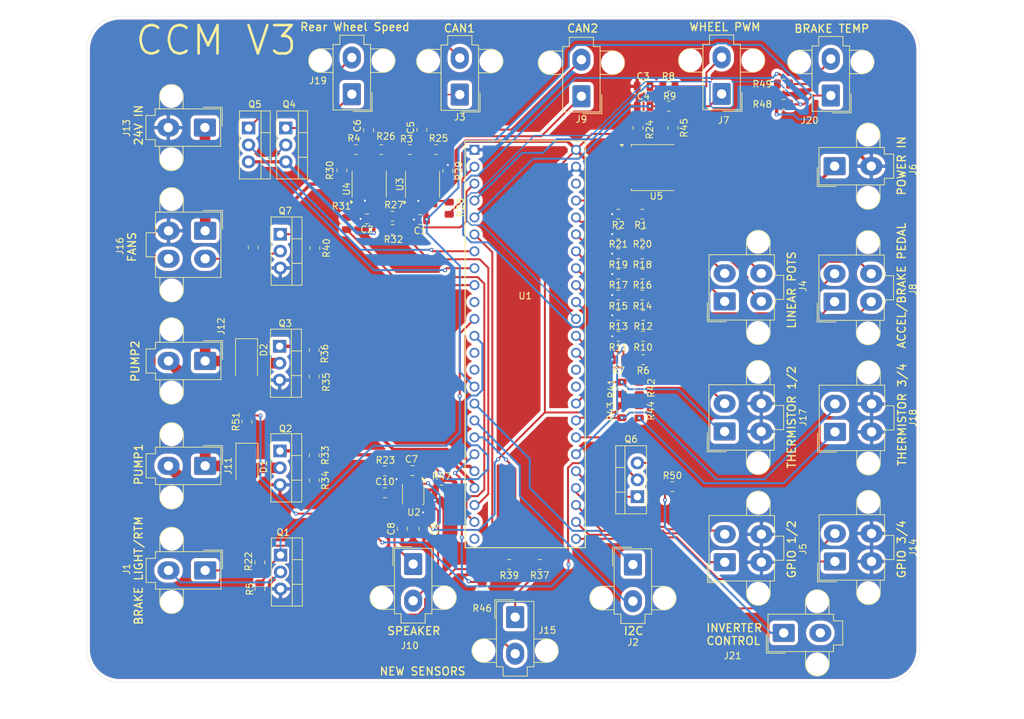
<source format=kicad_pcb>
(kicad_pcb (version 20241229) (generator "pcbnew") (generator_version "9.0")
  (layers (0 "F.Cu" signal) (2 "B.Cu" signal) (13 "F.Paste" user) (15 "B.Paste" user) (5 "F.SilkS" user "F.Silkscreen") (7 "B.SilkS" user "B.Silkscreen") (1 "F.Mask" user) (3 "B.Mask" user) (25 "Edge.Cuts" user))
  (net 0 "")
  (net 1 "Vin")
  (net 2 "+5V")
  (net 3 "CANH_1")
  (net 4 "CANL_1")
  (net 5 "CAN_TX_1")
  (net 6 "+3.3V")
  (net 7 "CAN_RX_1")
  (net 8 "CAN_TX_2")
  (net 9 "CANH_2")
  (net 10 "CANL_2")
  (net 11 "CAN_RX_2")
  (net 12 "Pump1-")
  (net 13 "steering_angle")
  (net 14 "Net-(U1-3_LRCLK2)")
  (net 15 "Net-(U1-21_A7_RX5_BCLK1)")
  (net 16 "shock_travel")
  (net 17 "Net-(U1-22_A8_CTX1)")
  (net 20 "Net-(U1-20_A6_TX5_LRCLK1)")
  (net 21 "gpio3")
  (net 22 "PWM_in_2")
  (net 24 "i2c_SCL")
  (net 26 "Net-(U1-19_A5_SCL)")
  (net 27 "wheelspeed1")
  (net 28 "gpio1")
  (net 29 "Net-(U1-18_A4_SDA)")
  (net 30 "wheelspeed2")
  (net 31 "i2c_SDA")
  (net 32 "gpio2")
  (net 33 "PWM_in_1")
  (net 34 "thermistor2+")
  (net 35 "brake_light")
  (net 36 "gpio4")
  (net 37 "thermistor1+")
  (net 38 "ready_to_drive_button")
  (net 39 "Net-(C5-Pad1)")
  (net 40 "thermistor3+")
  (net 41 "thermistor4+")
  (net 42 "Net-(U1-23_A9_CRX1_MCLK1)")
  (net 45 "acc_ped_1")
  (net 46 "brake_2")
  (net 47 "acc_ped_2")
  (net 48 "brake_1")
  (net 49 "lin_pot_1")
  (net 50 "lin_pot_2")
  (net 51 "lin_pot_3")
  (net 52 "lin_pot_4")
  (net 53 "Net-(Q1-G)")
  (net 54 "speaker_pwm")
  (net 55 "Net-(U1-2_OUT2)")
  (net 57 "brake_temp_sda")
  (net 58 "speaker-")
  (net 59 "speaker+")
  (net 60 "Net-(C6-Pad1)")
  (net 61 "Net-(U3-D)")
  (net 62 "Net-(U3-R)")
  (net 63 "Net-(U3-Rs)")
  (net 64 "Net-(U4-Rs)")
  (net 65 "Net-(U4-D)")
  (net 66 "Net-(U4-R)")
  (net 67 "Net-(U2-IN+)")
  (net 68 "Net-(Q2-G)")
  (net 69 "Net-(Q3-G)")
  (net 70 "Net-(U1-26_A12_MOSI1)")
  (net 71 "Net-(U1-27_A13_SCK1)")
  (net 72 "brake_temp_scl")
  (net 74 "kl15")
  (net 75 "Net-(Q4-D)")
  (net 76 "Net-(Q5-D)")
  (net 77 "Net-(U1-7_RX2_OUT1A)")
  (net 78 "Net-(C10-Pad2)")
  (net 79 "Net-(Q6-G)")
  (net 80 "Pump2-")
  (net 81 "Fan+")
  (net 82 "Fan_PWM")
  (net 84 "Net-(Q7-G)")
  (net 86 "Net-(Q6-D)")
  (net 87 "Net-(U1-38_CS1_IN1)")
  (net 88 "Net-(U1-15_A1_RX3_SPDIF_IN)")
  (net 89 "Net-(U1-29_TX7)")
  (net 90 "Net-(U1-28_RX7)")
  (net 91 "GLV-")
  (footprint "Resistor_SMD:R_0805_2012Metric" (layer "F.Cu") (at 172.325 114.3625 90)
    (property "Reference" "R43")
    (property "Value" "10k")
  )
  (footprint "Resistor_SMD:R_0805_2012Metric" (layer "F.Cu") (at 146.41 83.813026 90)
    (property "Reference" "R28")
    (property "Value" "60")
  )
  (footprint "Resistor_SMD:R_0805_2012Metric" (layer "F.Cu") (at 171.8 93.7 180)
    (property "Reference" "R17")
    (property "Value" "97k")
  )
  (footprint "Connector_Molex:Molex_Mini-Fit_Jr_5566-04A2_2x02_P4.20mm_Vertical" (layer "F.Cu") (at 204.24 97.85 90)
    (property "Reference" "J8")
    (property "Value" "Conn_01x04_Socket")
  )
  (footprint "Resistor_SMD:R_0805_2012Metric" (layer "F.Cu") (at 174.75 71.75 -90)
    (property "Reference" "R24")
    (property "Value" "4.7k")
  )
  (footprint "Resistor_SMD:R_0805_2012Metric" (layer "F.Cu") (at 175.3625 87.7 180)
    (property "Reference" "R20")
    (property "Value" "50k")
  )
  (footprint "Resistor_SMD:R_0805_2012Metric" (layer "F.Cu") (at 175.5125 99.9 180)
    (property "Reference" "R12")
    (property "Value" "50k")
  )
  (footprint "Package_TO_SOT_THT:TO-220-3_Vertical" (layer "F.Cu") (at 121.055 87.71 -90)
    (property "Reference" "Q7")
    (property "Value" "IRLZ34N")
  )
  (footprint "Resistor_SMD:R_0805_2012Metric" (layer "F.Cu") (at 175.5 103.05 180)
    (property "Reference" "R10")
    (property "Value" "50k")
  )
  (footprint "Package_SO:SOIC-8_3.9x4.9mm_P1.27mm" (layer "F.Cu") (at 142.405 80.238026 90)
    (property "Reference" "U3")
    (property "Value" "SN65HVD230")
  )
  (footprint "Connector_Molex:Molex_Mini-Fit_Jr_5566-04A2_2x02_P4.20mm_Vertical" (layer "F.Cu") (at 109.79 87.2 -90)
    (property "Reference" "J16")
    (property "Value" "Conn_01x04_Socket" (hide yes))
  )
  (footprint "Resistor_SMD:R_0805_2012Metric" (layer "F.Cu") (at 117 89.71 -90)
    (property "Reference" "R38" (hide yes))
    (property "Value" "10k")
  )
  (footprint "Diode_SMD:D_SMA" (layer "F.Cu") (at 115.995 106.9225 -90)
    (property "Reference" "D2")
    (property "Value" "SS34")
  )
  (footprint "Resistor_SMD:R_0805_2012Metric" (layer "F.Cu") (at 118 141 90)
    (property "Reference" "R5")
    (property "Value" "10k")
  )
  (footprint "Package_TO_SOT_THT:TO-220-3_Vertical" (layer "F.Cu") (at 121.015 120.26 -90)
    (property "Reference" "Q2")
    (property "Value" "IRLZ34N")
  )
  (footprint "Resistor_SMD:R_0805_2012Metric" (layer "F.Cu") (at 130.31 78.113026 -90)
    (property "Reference" "R30")
    (property "Value" "60")
  )
  (footprint "Resistor_SMD:R_0805_2012Metric" (layer "F.Cu") (at 196.568 65.164)
    (property "Reference" "R49")
    (property "Value" "4.7k")
  )
  (footprint "Connector_Molex:Molex_Mini-Fit_Jr_5566-02A2_2x01_P4.20mm_Vertical" (layer "F.Cu") (at 141 137.25)
    (property "Reference" "J10")
    (property "Value" "Conn_01x02_Socket" (hide yes))
  )
  (footprint "Capacitor_SMD:C_0805_2012Metric" (layer "F.Cu") (at 139.375 131.95 -90)
    (property "Reference" "C8")
    (property "Value" "1uF")
  )
  (footprint "Resistor_SMD:R_0805_2012Metric" (layer "F.Cu") (at 126.25 89.7975 -90)
    (property "Reference" "R40")
    (property "Value" "1k")
  )
  (footprint "Connector_Molex:Molex_Mini-Fit_Jr_5566-02A2_2x01_P4.20mm_Vertical" (layer "F.Cu") (at 109.79 106.75 -90)
    (property "Reference" "J12")
    (property "Value" "Conn_01x02_Socket" (hide yes))
  )
  (footprint "Connector_Molex:Molex_Mini-Fit_Jr_5566-02A2_2x01_P4.20mm_Vertical" (layer "F.Cu") (at 131.798 66.688 180)
    (property "Reference" "J19")
    (property "Value" "Conn_01x02_Socket")
  )
  (footprint "Connector_Molex:Molex_Mini-Fit_Jr_5566-04A2_2x02_P4.20mm_Vertical" (layer "F.Cu") (at 204.29 136.86 90)
    (property "Reference" "J14")
    (property "Value" "Conn_01x04_Socket" (hide yes))
  )
  (footprint "Resistor_SMD:R_0805_2012Metric" (layer "F.Cu") (at 137.91 85.013026 180)
    (property "Reference" "R27")
    (property "Value" "60")
  )
  (footprint "Connector_Molex:Molex_Mini-Fit_Jr_5566-04A2_2x02_P4.20mm_Vertical" (layer "F.Cu") (at 204.3 117.4 90)
    (property "Reference" "J18")
    (property "Value" "Conn_01x04_Socket" (hide yes))
  )
  (footprint "Resistor_SMD:R_0805_2012Metric" (layer "F.Cu") (at 175.4125 93.7 180)
    (property "Reference" "R16")
    (property "Value" "50k")
  )
  (footprint "Resistor_SMD:R_0805_2012Metric" (layer "F.Cu") (at 159.992 137.3 180)
    (property "Reference" "R37")
    (property "Value" "100k")
  )
  (footprint "Diode_SMD:D_SMA" (layer "F.Cu") (at 116.055 122.6225 -90)
    (property "Reference" "D1")
    (property "Value" "SS34")
  )
  (footprint "Resistor_SMD:R_0805_2012Metric" (layer "F.Cu") (at 146.21 78.213026 -90)
    (property "Reference" "R29")
    (property "Value" "60")
  )
  (footprint "Resistor_SMD:R_0805_2012Metric" (layer "F.Cu") (at 171.8125 106.55 180)
    (property "Reference" "R7")
    (property "Value" "97k")
  )
  (footprint "Connector_Molex:Molex_Mini-Fit_Jr_5566-02A2_2x01_P4.20mm_Vertical" (layer "F.Cu") (at 109.75 71.7 -90)
    (property "Reference" "J13")
    (property "Value" "Conn_01x02_Socket")
  )
  (footprint "Resistor_SMD:R_0805_2012Metric" (layer "F.Cu") (at 140.4975 75.013026)
    (property "Reference" "R3")
    (property "Value" "60")
  )
  (footprint "Capacitor_SMD:C_0805_2012Metric" (layer "F.Cu") (at 140.9 123.225)
    (property "Reference" "C7")
    (property "Value" "0.1uF")
  )
  (footprint "Capacitor_SMD:C_0805_2012Metric" (layer "F.Cu") (at 142.625 131.95 -90)
    (property "Reference" "C9")
    (property "Value" "10uF")
  )
  (footprint "Resistor_SMD:R_0805_2012Metric" (layer "F.Cu") (at 175.4 96.85 180)
    (property "Reference" "R14")
    (property "Value" "50k")
  )
  (footprint "Resistor_SMD:R_0805_2012Metric" (layer "F.Cu") (at 137.91 87.013026 180)
    (property "Reference" "R32")
    (property "Value" "60")
  )
  (footprint "Resistor_SMD:R_0805_2012Metric" (layer "F.Cu") (at 171.8 103.05 180)
    (property "Reference" "R11")
    (property "Value" "97k")
  )
  (footprint "Capacitor_SMD:C_0805_2012Metric" (layer "F.Cu") (at 134.31 72.113026 90)
    (property "Reference" "C6")
    (property "Value" "100 nF")
  )
  (footprint "Resistor_SMD:R_0805_2012Metric" (layer "F.Cu") (at 126.155 105.09 -90)
    (property "Reference" "R36")
    (property "Value" "220")
  )
  (footprint "Resistor_SMD:R_0805_2012Metric" (layer "F.Cu") (at 144.41 75.013026)
    (property "Reference" "R25")
    (property "Value" "60")
  )
  (footprint "Connector_Molex:Molex_Mini-Fit_Jr_5566-02A2_2x01_P4.20mm_Vertical" (layer "F.Cu") (at 196.608 147.588 90)
    (property "Reference" "J21")
    (property "Value" "Conn_01x02_Socket")
  )
  (footprint "teensy:CONN_4848-6000-CP_3MM" (layer "F.Cu") (at 150.2 75.04)
    (property "Reference" "U1")
    (property "Value" "Teensy4.1")
  )
  (footprint "Connector_Molex:Molex_Mini-Fit_Jr_5566-02A2_2x01_P4.20mm_Vertical" (layer "F.Cu") (at 109.79 122.5 -90)
    (property "Reference" "J11")
    (property "Value" "Conn_01x02_Socket" (hide yes))
  )
  (footprint "Package_TO_SOT_THT:TO-220-3_Vertical" (layer "F.Cu") (at 116.304 71.768 -90)
    (property "Reference" "Q5")
    (property "Value" "IRLZ34N")
  )
  (footprint "Connector_Molex:Molex_Mini-Fit_Jr_5566-02A2_2x01_P4.20mm_Vertical" (layer "F.Cu") (at 156.308 145.214)
    (property "Reference" "J15")
    (property "Value" "Conn_01x02_Socket")
  )
  (footprint "Capacitor_SMD:C_0805_2012Metric" (layer "F.Cu") (at 142.31 72.013026 90)
    (property "Reference" "C5")
    (property "Value" "100 nF")
  )
  (footprint "Resistor_SMD:R_0805_2012Metric" (layer "F.Cu") (at 126.16 120.92 -90)
    (property "Reference" "R33")
    (property "Value" "220")
  )
  (footprint "Resistor_SMD:R_0805_2012Metric" (layer "F.Cu") (at 174.94 110.88 -90)
    (property "Reference" "R41")
    (property "Value" "10k")
  )
  (footprint "Connector_Molex:Molex_Mini-Fit_Jr_5566-04A2_2x02_P4.20mm_Vertical" (layer "F.Cu") (at 187.75 97.8 90)
    (property "Reference" "J4")
    (property "Value" "Conn_01x04_Socket" (hide yes))
  )
  (footprint "Resistor_SMD:R_0805_2012Metric" (layer "F.Cu") (at 180 71.75 -90)
    (property "Reference" "R45")
    (property "Value" "4.7k")
  )
  (footprint "Package_TO_SOT_SMD:TO-252-3_TabPin2" (layer "F.Cu") (at 177.04 77.7125)
    (property "Reference" "U5")
    (property "Value" "LM1117DT-5.0")
  )
  (footprint "Resistor_SMD:R_0805_2012Metric" (layer "F.Cu") (at 171.7875 87.7 180)
    (property "Reference" "R21")
    (property "Value" "97k")
  )
  (footprint "Resistor_SMD:R_0805_2012Metric" (layer "F.Cu") (at 172.31 110.84 -90)
    (property "Reference" "R42")
    (property "Value" "10k")
  )
  (footprint "Connector_Molex:Molex_Mini-Fit_Jr_5566-02A2_2x01_P4.20mm_Vertical" (layer "F.Cu") (at 109.79 138.2 -90)
    (property "Reference" "J1")
    (property "Value" "Conn_01x02_Socket" (hide yes))
  )
  (footprint "Resistor_SMD:R_0805_2012Metric" (layer "F.Cu") (at 131.01 86.113026 90)
    (property "Reference" "R31")
    (property "Value" "60")
  )
  (footprint "Resistor_SMD:R_0805_2012Metric" (layer "F.Cu") (at 171.8 99.9 180)
    (property "Reference" "R13")
    (property "Value" "97k")
  )
  (footprint "Resistor_SMD:R_0805_2012Metric" (layer "F.Cu") (at 174.925 114.4 90)
    (property "Reference" "R44")
    (property "Value" "10k")
  )
  (footprint "Resistor_SMD:R_0805_2012Metric" (layer "F.Cu") (at 116.05 115.8605 90)
    (property "Reference" "R51")
    (property "Value" "10k")
  )
  (footprint "Resistor_SMD:R_0805_2012Metric" (layer "F.Cu") (at 196.568 68.212)
    (property "Reference" "R48")
    (property "Value" "4.7k")
  )
  (footprint "Package_TO_SOT_THT:TO-220-3_Vertical" (layer "F.Cu") (at 121.892 71.768 -90)
    (property "Reference" "Q4")
    (property "Value" "IRLZ34N")
  )
  (footprint "Resistor_SMD:R_0805_2012Metric" (layer "F.Cu") (at 126.175 124.67 -90)
    (property "Reference" "R34")
    (property "Value" "10k")
  )
  (footprint "Capacitor_SMD:C_0805_2012Metric" (layer "F.Cu") (at 175.58125 65.5 180)
    (property "Reference" "C3")
    (property "Value" "0.01uF")
  )
  (footprint "Resistor_SMD:R_0805_2012Metric" (layer "F.Cu") (at 132.435 75.013026)
    (property "Reference" "R4")
    (property "Value" "60")
  )
  (footprint "Resistor_SMD:R_0805_2012Metric" (layer "F.Cu") (at 136.2225 75.013026)
    (property "Reference" "R26")
    (property "Value" "60")
  )
  (footprint "Resistor_SMD:R_0805_2012Metric" (layer "F.Cu") (at 175.4 90.65 180)
    (property "Reference" "R18")
    (property "Value" "50k")
  )
  (footprint "Resistor_SMD:R_0805_2012Metric" (layer "F.Cu") (at 118 137 90)
    (property "Reference" "R22")
    (property "Value" "10k")
  )
  (footprint "Resistor_SMD:R_0805_2012Metric" (layer "F.Cu") (at 179.9075 125.616)
    (property "Reference" "R50")
    (property "Value" "10k")
  )
  (footprint "Package_TO_SOT_THT:TO-220-3_Vertical" (layer "F.Cu") (at 120.96 104.55 -90)
    (property "Reference" "Q3")
    (property "Value" "IRLZ34N")
  )
  (footprint "Connector_Molex:Molex_Mini-Fit_Jr_5566-02A2_2x01_P4.20mm_Vertical" (layer "F.Cu") (at 203.68 66.89 180)
    (property "Reference" "J20")
    (property "Value" "Conn_01x02_Socket")
  )
  (footprint "Resistor_SMD:R_0805_2012Metric" (layer "F.Cu") (at 179.38125 65.5 180)
    (property "Reference" "R8")
    (property "Value" "10")
  )
  (footprint "Resistor_SMD:R_0805_2012Metric" (layer "F.Cu") (at 151.356 140.856 90)
    (property "Reference" "R46")
    (property "Value" "6.5k")
  )
  (footprint "Connector_Molex:Molex_Mini-Fit_Jr_5566-04A2_2x02_P4.20mm_Vertical" (layer "F.Cu") (at 187.76 136.97 90)
    (property "Reference" "J5")
    (property "Value" "Conn_01x04_Socket" (hide yes))
  )
  (footprint "Connector_Molex:Molex_Mini-Fit_Jr_5566-04A2_2x02_P4.20mm_Vertical" (layer "F.Cu") (at 187.74 117.34 90)
    (property "Reference" "J17")
    (property "Value" "Conn_01x04_Socket" (hide yes))
  )
  (footprint "Package_SO:SOIC-8_3.9x4.9mm_P1.27mm" (layer "F.Cu") (at 134.405 80.188026 90)
    (property "Reference" "U4")
    (property "Value" "SN65HVD230")
  )
  (footprint "Connector_Molex:Molex_Mini-Fit_Jr_5566-02A2_2x01_P4.20mm_Vertical" (layer "F.Cu") (at 187.296 66.648 180)
    (property "Reference" "J7")
    (property "Value" "Conn_01x02_Socket" (hide yes))
  )
  (footprint "Package_DFN_QFN:DFN-8-1EP_3x3mm_P0.65mm_EP1.55x2.4mm" (layer "F.Cu") (at 141 126.75 -90)
    (property "Reference" "U2")
    (property "Value" "PAM8302AAY")
  )
  (footprint "Resistor_SMD:R_0805_2012Metric" (layer "F.Cu") (at 171.7875 96.85 180)
    (property "Reference" "R15")
    (property "Value" "97k")
  )
  (footprint "Resistor_SMD:R_0805_2012Metric" (layer "F.Cu") (at 175.525 106.55 180)
    (property "Reference" "R6")
    (property "Value" "50k")
  )
  (footprint "Resistor_SMD:R_0805_2012Metric" (layer "F.Cu") (at 145.26 126.124 180)
    (property "Reference" "R47")
    (property "Value" "10k")
  )
  (footprint "Connector_Molex:Molex_Mini-Fit_Jr_5566-02A2_2x01_P4.20mm_Vertical" (layer "F.Cu") (at 204.25 77.5 90)
    (property "Reference" "J6")
    (property "Value" "Conn_01x02_Socket" (hide yes))
  )
  (footprint "Capacitor_SMD:C_0805_2012Metric" (layer "F.Cu") (at 142.06 85.513026 180)
    (property "Reference" "C1")
    (property "Value" "100 nF")
  )
  (footprint "Package_TO_SOT_THT:TO-220-3_Vertical" (layer "F.Cu") (at 174.658 127.14 90)
    (property "Reference" "Q6")
    (property "Value" "IRLZ34N")
  )
  (footprint "Capacitor_SMD:C_0805_2012Metric" (layer "F.Cu") (at 136.775 126.55)
    (property "Reference" "C10")
    (property "Value" "10nF")
  )
  (footprint "Resistor_SMD:R_0805_2012Metric" (layer "F.Cu") (at 171.7875 90.65 180)
    (property "Reference" "R19")
    (property "Value" "97k")
  )
  (footprint "Connector_Molex:Molex_Mini-Fit_Jr_5566-02A2_2x01_P4.20mm_Vertical" (layer "F.Cu") (at 166.25 67 180)
    (property "Reference" "J9")
    (property "Value" "Conn_01x02_Socket" (hide yes))
  )
  (footprint "Resistor_SMD:R_0805_2012Metric" (layer "F.Cu") (at 175.3875 84.7 180)
    (property "Reference" "R1")
    (property "Value" "50k")
  )
  (footprint "Resistor_SMD:R_0805_2012Metric" (layer "F.Cu") (at 136.75 123.25 180)
    (property "Reference" "R23")
    (property "Value" "1k")
  )
  (footprint "Connector_Molex:Molex_Mini-Fit_Jr_5566-02A2_2x01_P4.20mm_Vertical" (layer "F.Cu") (at 148 66.75 180)
    (property "Reference" "J3")
    (property "Value" "Conn_01x02_Socket" (hide yes))
  )
  (footprint "Resistor_SMD:R_0805_2012Metric" (layer "F.Cu") (at 179.38125 68.5 180)
    (property "Reference" "R9")
    (property "Value" "10")
  )
  (footprint "Resistor_SMD:R_0805_2012Metric" (layer "F.Cu") (at 126.155 109.09 -90)
    (property "Reference" "R35")
    (property "Value" "10k")
  )
  (footprint "Package_TO_SOT_THT:TO-220-3_Vertical" (layer "F.Cu") (at 121.1 135.9 -90)
    (property "Reference" "Q1")
    (property "Value" "IRLZ34N")
  )
  (footprint "Capacitor_SMD:C_0805_2012Metric" (layer "F.Cu") (at 175.58125 68.5 180)
    (property "Reference" "C4")
    (property "Value" "0.01uF")
  )
  (footprint "Resistor_SMD:R_0805_2012Metric" (layer "F.Cu") (at 171.7875 84.7 180)
    (property "Reference" "R2")
    (property "Value" "97k")
  )
  (footprint "Resistor_SMD:R_0805_2012Metric" (layer "F.Cu") (at 155.42 137.3 180)
    (property "Reference" "R39")
    (property "Value" "27k")
  )
  (footprint "Capacitor_SMD:C_0805_2012Metric" (layer "F.Cu") (at 134.06 85.413026 180)
    (property "Reference" "C2")
    (property "Value" "100 nF")
  )
  (footprint "Connector_Molex:Molex_Mini-Fit_Jr_5566-02A2_2x01_P4.20mm_Vertical" (layer "F.Cu") (at 173.98 137.32)
    (property "Reference" "J2")
    (property "Value" "Conn_01x02_Socket" (hide yes))
  )
  (gr_line (start 92 150) (end 92 60) (stroke (width 0.05)) (layer "Edge.Cuts"))
  (gr_arc (start 217 150) (mid 215.535534 153.535534) (end 212 155) (stroke (width 0.05)) (layer "Edge.Cuts"))
  (gr_line (start 97 55) (end 212 55) (stroke (width 0.05)) (layer "Edge.Cuts"))
  (gr_line (start 217 150) (end 217 60) (stroke (width 0.05)) (layer "Edge.Cuts"))
  (gr_arc (start 97 155) (mid 93.464466 153.535534) (end 92 150) (stroke (width 0.05)) (layer "Edge.Cuts"))
  (gr_line (start 97 155) (end 212 155) (stroke (width 0.05)) (layer "Edge.Cuts"))
  (gr_arc (start 92 60) (mid 93.464466 56.464466) (end 97 55) (stroke (width 0.05)) (layer "Edge.Cuts"))
  (gr_arc (start 212 55) (mid 215.535534 56.464466) (end 217 60) (stroke (width 0.05)) (layer "Edge.Cuts"))
  (gr_text "GPIO 1/2" (at 198.5 139.5 90) (layer "F.SilkS") (effects (font (size 1.2 1.2) (thickness 0.2) (bold yes)) (justify left bottom)))
  (gr_text "PUMP2\n" (at 100 110 90) (layer "F.SilkS") (effects (font (size 1.2 1.2) (thickness 0.2) (bold yes)) (justify left bottom)))
  (gr_text "BRAKE LIGHT/RTM" (at 100.5 146.5 90) (layer "F.SilkS") (effects (font (size 1.2 1.2) (thickness 0.2) (bold yes)) (justify left bottom)))
  (gr_text "SPEAKER" (at 137 148 0) (layer "F.SilkS") (effects (font (size 1.2 1.2) (thickness 0.2) (bold yes)) (justify left bottom)))
  (gr_text "THERMISTOR 1/2\n" (at 198.5 123 90) (layer "F.SilkS") (effects (font (size 1.2 1.2) (thickness 0.2) (bold yes)) (justify left bottom)))
  (gr_text "WHEEL PWM" (at 182.344 57.29 0) (layer "F.SilkS") (effects (font (size 1.2 1.2) (thickness 0.2) (bold yes)) (justify left bottom)))
  (gr_text "ACCEL/BRAKE PEDAL" (at 215 105 90) (layer "F.SilkS") (effects (font (size 1.2 1.2) (thickness 0.2) (bold yes)) (justify left bottom)))
  (gr_text "GPIO 3/4" (at 215 139.5 90) (layer "F.SilkS") (effects (font (size 1.2 1.2) (thickness 0.2) (bold yes)) (justify left bottom)))
  (gr_text "CAN2\n" (at 164 57.5 0) (layer "F.SilkS") (effects (font (size 1.2 1.2) (thickness 0.2) (bold yes)) (justify left bottom)))
  (gr_text "Rear Wheel Speed" (at 123.924 57.29 0) (layer "F.SilkS") (effects (font (size 1.2 1.2) (thickness 0.2) (bold yes)) (justify left bottom)))
  (gr_text "PUMP1" (at 100.5 125.5 90) (layer "F.SilkS") (effects (font (size 1.2 1.2) (thickness 0.2) (bold yes)) (justify left bottom)))
  (gr_text "INVERTER\nCONTROL" (at 184.884 149.492 0) (layer "F.SilkS") (effects (font (size 1.2 1.2) (thickness 0.2) (bold yes)) (justify left bottom)))
  (gr_text "BRAKE TEMP" (at 198.092 57.544 0) (layer "F.SilkS") (effects (font (size 1.2 1.2) (thickness 0.2) (bold yes)) (justify left bottom)))
  (gr_text "24V IN" (at 100.5 74.5 90) (layer "F.SilkS") (effects (font (size 1.2 1.2) (thickness 0.2) (bold yes)) (justify left bottom)))
  (gr_text "POWER IN\n" (at 215 82 90) (layer "F.SilkS") (effects (font (size 1.2 1.2) (thickness 0.2) (bold yes)) (justify left bottom)))
  (gr_text "I2C" (at 172.5 148 0) (layer "F.SilkS") (effects (font (size 1.2 1.2) (thickness 0.2) (bold yes)) (justify left bottom)))
  (gr_text "CAN1\n" (at 145.5 57.5 0) (layer "F.SilkS") (effects (font (size 1.2 1.2) (thickness 0.2) (bold yes)) (justify left bottom)))
  (gr_text "LINEAR POTS" (at 198.5 102 90) (layer "F.SilkS") (effects (font (size 1.2 1.2) (thickness 0.2) (bold yes)) (justify left bottom)))
  (gr_text "CCM V3" (at 99.032 61.1 0) (layer "F.SilkS") (effects (font (size 4.25 4.25) (thickness 0.4)) (justify left bottom)))
  (gr_text "FANS" (at 99.5 92 90) (layer "F.SilkS") (effects (font (size 1.2 1.2) (thickness 0.2) (bold yes)) (justify left bottom)))
  (gr_text "THERMISTOR 3/4\n\n" (at 217 107 90) (layer "F.SilkS") (effects (font (size 1.2 1.2) (thickness 0.2) (bold yes)) (justify right bottom)))
  (gr_text "NEW SENSORS" (at 135.862 154.064 0) (layer "F.SilkS") (effects (font (size 1.2 1.2) (thickness 0.2) (bold yes)) (justify left bottom)))
  (segment (start 172 79.9925) (end 174.7075 82.7) (width 0.5) (layer "F.Cu") (net 1))
  (segment (start 199.05 82.7) (end 204.25 77.5) (width 0.5) (layer "F.Cu") (net 1))
  (segment (start 174.7075 82.7) (end 199.05 82.7) (width 0.5) (layer "F.Cu") (net 1))
  (segment (start 174.75 72.6625) (end 180 72.6625) (width 0.3) (layer "F.Cu") (net 2))
  (segment (start 165.44 75.04) (end 164.1407 73.7407) (width 0.5) (layer "F.Cu") (net 2))
  (segment (start 140.675 128.3) (end 140.675 129.7) (width 0.3) (layer "F.Cu") (net 2))
  (segment (start 172.325 113.45) (end 174.8875 113.45) (width 0.3) (layer "F.Cu") (net 2))
  (segment (start 171.2943 114.4807) (end 172.325 113.45) (width 0.3) (layer "F.Cu") (net 2))
  (segment (start 172.31 111.7525) (end 172.31 113.435) (width 0.3) (layer "F.Cu") (net 2))
  (segment (start 140.675 129.7) (end 139.375 131) (width 0.3) (layer "F.Cu") (net 2))
  (segment (start 147.46 75.1814) (end 147.46 79.726324) (width 0.5) (layer "F.Cu") (net 2))
  (segment (start 125.609474 80.188026) (end 117 88.7975) (width 0.5) (layer "F.Cu") (net 2))
  (segment (start 146.998298 80.188026) (end 125.609474 80.188026) (width 0.5) (layer "F.Cu") (net 2))
  (segment (start 160.7693 79.7107) (end 165.44 75.04) (width 0.3) (layer "F.Cu") (net 2))
  (segment (start 140.675 129.05) (end 142.625 131) (width 0.3) (layer "F.Cu") (net 2))
  (segment (start 175.1 77.7125) (end 176.625 79.2375) (width 0.3) (layer "F.Cu") (net 2))
  (segment (start 160.7693 114.4807) (end 160.7693 79.7107) (width 0.3) (layer "F.Cu") (net 2))
  (segment (start 165.44 75.04) (end 168.1125 77.7125) (width 0.5) (layer "F.Cu") (net 2))
  (segment (start 117.02 88.7775) (end 117 88.7975) (width 0.2) (layer "F.Cu") (net 2))
  (segment (start 174.75 72.6625) (end 167.8175 72.6625) (width 0.3) (layer "F.Cu") (net 2))
  (segment (start 167.8175 72.6625) (end 165.44 75.04) (width 0.3) (layer "F.Cu") (net 2))
  (segment (start 141.975 125.2) (end 143.136 125.2) (width 0.3) (layer "F.Cu") (net 2))
  (segment (start 172 77.7125) (end 175.1 77.7125) (width 0.5) (layer "F.Cu") (net 2))
  (segment (start 164.1407 73.7407) (end 148.9007 73.7407) (width 0.5) (layer "F.Cu") (net 2))
  (segment (start 174.94 113.4725) (end 174.925 113.4875) (width 0.3) (layer "F.Cu") (net 2))
  (segment (start 174.8875 113.45) (end 174.925 113.4875) (width 0.3) (layer "F.Cu") (net 2))
  (segment (start 168.1125 77.7125) (end 172 77.7125) (width 0.5) (layer "F.Cu") (net 2))
  (segment (start 160.7693 114.4807) (end 171.2943 114.4807) (width 0.3) (layer "F.Cu") (net 2))
  (segment (start 148.9007 73.7407) (end 147.46 75.1814) (width 0.5) (layer "F.Cu") (net 2))
  (segment (start 147.46 79.726324) (end 146.998298 80.188026) (width 0.5) (layer "F.Cu") (net 2))
  (segment (start 142.625 131) (end 143 131) (width 0.3) (layer "F.Cu") (net 2))
  (segment (start 153.75 121.5) (end 160.7693 114.4807) (width 0.3) (layer "F.Cu") (net 2))
  (segment (start 143.136 125.2) (end 143.228 125.108) (width 0.3) (layer "F.Cu") (net 2))
  (segment (start 142.625 131) (end 139.375 131) (width 0.3) (layer "F.Cu") (net 2))
  (segment (start 140.675 128.3) (end 140.675 129.05) (width 0.3) (layer "F.Cu") (net 2))
  (segment (start 172.31 113.435) (end 172.325 113.45) (width 0.3) (layer "F.Cu") (net 2))
  (segment (start 174.94 111.7925) (end 174.94 113.4725) (width 0.3) (layer "F.Cu") (net 2))
  (segment (start 143 131) (end 144 132) (width 0.3) (layer "F.Cu") (net 2))
  (via (at 143.228 125.108) (size 0.6) (drill 0.3) (layers "F.Cu" "B.Cu") (net 2))
  (via (at 153.75 121.5) (size 0.6) (drill 0.3) (layers "F.Cu" "B.Cu") (net 2))
  (via (at 144 132) (size 0.6) (drill 0.3) (layers "F.Cu" "B.Cu") (net 2))
  (segment (start 144.995 131.005) (end 144 132) (width 0.3) (layer "B.Cu") (net 2))
  (segment (start 144.995 126.875) (end 144.995 131.005) (width 0.3) (layer "B.Cu") (net 2))
  (segment (start 153.25 128.5) (end 153.25 122) (width 0.3) (layer "B.Cu") (net 2))
  (segment (start 153.25 122) (end 153.75 121.5) (width 0.3) (layer "B.Cu") (net 2))
  (segment (start 153.25 129.75) (end 153.25 128.5) (width 0.3) (layer "B.Cu") (net 2))
  (segment (start 144.1193 132.1193) (end 150.8807 132.1193) (width 0.3) (layer "B.Cu") (net 2))
  (segment (start 150.8807 132.1193) (end 153.25 129.75) (width 0.3) (layer "B.Cu") (net 2))
  (segment (start 144 132) (end 144.1193 132.1193) (width 0.3) (layer "B.Cu") (net 2))
  (segment (start 143.228 125.108) (end 144.995 126.875) (width 0.3) (layer "B.Cu") (net 2))
  (segment (start 139.610667 75.113693) (end 139.710667 75.113693) (width 0.2) (layer "F.Cu") (net 3))
  (segment (start 155.736974 72.013026) (end 166.25 61.5) (width 0.3) (layer "F.Cu") (net 3))
  (segment (start 139.585 75.013026) (end 139.771334 75.013026) (width 0.3) (layer "F.Cu") (net 3))
  (segment (start 141.538122 72.013026) (end 155.736974 72.013026) (width 0.3) (layer "F.Cu") (net 3))
  (segment (start 139.585 73.966148) (end 141.538122 72.013026) (width 0.3) (layer "F.Cu") (net 3))
  (segment (start 139.585 75.013026) (end 139.585 73.966148) (width 0.3) (layer "F.Cu") (net 3))
  (segment (start 141.609333 77.012359) (end 141.609333 77.112359) (width 0.2) (layer "F.Cu") (net 3))
  (segment (start 141.77 77.011692) (end 141.77 77.763026) (width 0.3) (layer "F.Cu") (net 3))
  (segment (start 139.710667 75.113693) (end 141.609333 77.012359) (width 0.2) (layer "F.Cu") (net 3))
  (segment (start 148 73) (end 160.25 73) (width 0.3) (layer "F.Cu") (net 4))
  (segment (start 145.3225 75.013026) (end 145.21 75.013026) (width 0.3) (layer "F.Cu") (net 4))
  (segment (start 145.986974 75.013026) (end 148 73) (width 0.3) (layer "F.Cu") (net 4))
  (segment (start 145.3225 75.013026) (end 145.986974 75.013026) (width 0.3) (layer "F.Cu") (net 4))
  (segment (start 160.25 73) (end 166.25 67) (width 0.3) (layer "F.Cu") (net 4))
  (segment (start 145.049333 75.113693) (end 142.879333 77.283693) (width 0.2) (layer "F.Cu") (net 4))
  (segment (start 143.04 77.183026) (end 143.04 77.763026) (width 0.3) (layer "F.Cu") (net 4))
  (segment (start 149.0007 85.7493) (end 148.061974 86.688026) (width 0.3) (layer "F.Cu") (net 5))
  (segment (start 150.2 80.12) (end 149.0007 81.3193) (width 0.3) (layer "F.Cu") (net 5))
  (segment (start 138.41 84.638026) (end 138.41 85.113026) (width 0.3) (layer "F.Cu") (net 5))
  (segment (start 148.061974 86.688026) (end 140.4975 86.688026) (width 0.3) (layer "F.Cu") (net 5))
  (segment (start 140.4975 86.688026) (end 138.8225 85.013026) (width 0.3) (layer "F.Cu") (net 5))
  (segment (start 149.0007 81.3193) (end 149.0007 85.7493) (width 0.3) (layer "F.Cu") (net 5))
  (segment (start 143.04 82.713026) (end 143.04 85.483026) (width 0.5) (layer "F.Cu") (net 6))
  (segment (start 149.9 110.9) (end 150.2 110.6) (width 0.5) (layer "F.Cu") (net 6))
  (segment (start 143.04 81.738027) (end 142.439999 81.138026) (width 0.5) (layer "F.Cu") (net 6))
  (segment (start 143.01 85.513026) (end 143.04 85.483026) (width 0.2) (layer "F.Cu") (net 6))
  (segment (start 195.6555 68.1085) (end 195.6555 65.164) (width 0.5) (layer "F.Cu") (net 6))
  (segment (start 135.1 85.503026) (end 135.01 85.413026) (width 0.5) (layer "F.Cu") (net 6))
  (segment (start 135.04 81.583026) (end 135.04 82.663026) (width 0.5) (layer "F.Cu") (net 6))
  (segment (start 195.552 68.212) (end 195.552 69.736) (width 0.5) (layer "F.Cu") (net 6))
  (segment (start 135.04 82.663026) (end 135.04 85.383026) (width 0.5) (layer "F.Cu") (net 6))
  (segment (start 195.552 68.212) (end 195.6555 68.1085) (width 0.5) (layer "F.Cu") (net 6))
  (segment (start 135.1 87.516) (end 135.1 85.503026) (width 0.5) (layer "F.Cu") (net 6))
  (segment (start 142.439999 81.138026) (end 135.485 81.138026) (width 0.5) (layer "F.Cu") (net 6))
  (segment (start 116.304 76.848) (end 121.892 76.848) (width 0.5) (layer "F.Cu") (net 6))
  (segment (start 195.6555 68.212) (end 195.552 68.212) (width 0.3) (layer "F.Cu") (net 6))
  (segment (start 135.04 85.383026) (end 135.01 85.413026) (width 0.5) (layer "F.Cu") (net 6))
  (segment (start 143.04 82.713026) (end 143.04 81.738027) (width 0.5) (layer "F.Cu") (net 6))
  (segment (start 135.485 81.138026) (end 135.04 81.583026) (width 0.5) (layer "F.Cu") (net 6))
  (via (at 135.1 87.516) (size 0.6) (drill 0.3) (layers "F.Cu" "B.Cu") (net 6))
  (via (at 143.04 85.483026) (size 0.6) (drill 0.3) (layers "F.Cu" "B.Cu") (net 6))
  (via (at 195.552 69.736) (size 0.6) (drill 0.3) (layers "F.Cu" "B.Cu") (net 6))
  (segment (start 143.04 87.497467) (end 148 92.457467) (width 0.3) (layer "B.Cu") (net 6))
  (segment (start 135.1 87.516) (end 132.56 87.516) (width 0.5) (layer "B.Cu") (net 6))
  (segment (start 132.56 87.516) (end 121.892 76.848) (width 0.5) (layer "B.Cu") (net 6))
  (segment (start 198.816 70.46) (end 200.476496 70.46) (width 0.3) (layer "B.Cu") (net 6))
  (segment (start 201.0004 67.115052) (end 193.184348 59.299) (width 0.3) (layer "B.Cu") (net 6))
  (segment (start 188.293999 59.299) (end 188.041999 59.047) (width 0.3) (layer "B.Cu") (net 6))
  (segment (start 148 108.4) (end 150.2 110.6) (width 0.3) (layer "B.Cu") (net 6))
  (segment (start 186.550001 59.047) (end 186.298001 59.299) (width 0.3) (layer "B.Cu") (net 6))
  (segment (start 198.092 69.736) (end 198.816 70.46) (width 0.3) (layer "B.Cu") (net 6))
  (segment (start 164.349 62.58742) (end 153.19672 73.7397) (width 0.3) (layer "B.Cu") (net 6))
  (segment (start 153.19672 73.7397) (end 148.8997 73.7397) (width 0.3) (layer "B.Cu") (net 6))
  (segment (start 201.0004 69.936096) (end 201.0004 67.115052) (width 0.3) (layer "B.Cu") (net 6))
  (segment (start 193.184348 59.299) (end 188.293999 59.299) (width 0.3) (layer "B.Cu") (net 6))
  (segment (start 164.349 60.41258) (end 164.349 62.58742) (width 0.3) (layer "B.Cu") (net 6))
  (segment (start 147.7977 74.8417) (end 147.7977 80.725326) (width 0.3) (layer "B.Cu") (net 6))
  (segment (start 147.7977 80.725326) (end 143.04 85.483026) (width 0.3) (layer "B.Cu") (net 6))
  (segment (start 200.476496 70.46) (end 201.0004 69.936096) (width 0.3) (layer "B.Cu") (net 6))
  (segment (start 165.46258 59.299) (end 164.349 60.41258) (width 0.3) (layer "B.Cu") (net 6))
  (segment (start 148.8997 73.7397) (end 147.7977 74.8417) (width 0.3) (layer "B.Cu") (net 6))
  (segment (start 148 92.457467) (end 148 108.4) (width 0.3) (layer "B.Cu") (net 6))
  (segment (start 143.04 85.483026) (end 143.04 87.497467) (width 0.3) (layer "B.Cu") (net 6))
  (segment (start 186.298001 59.299) (end 165.46258 59.299) (width 0.3) (layer "B.Cu") (net 6))
  (segment (start 188.041999 59.047) (end 186.550001 59.047) (width 0.3) (layer "B.Cu") (net 6))
  (segment (start 195.552 69.736) (end 198.092 69.736) (width 0.3) (layer "B.Cu") (net 6))
  (segment (start 146.41 84.609904) (end 148.4007 82.619204) (width 0.3) (layer "F.Cu") (net 7))
  (segment (start 146.41 84.725526) (end 146.41 84.813026) (width 0.3) (layer "F.Cu") (net 7))
  (segment (start 148.4007 79.3793) (end 150.2 77.58) (width 0.3) (layer "F.Cu") (net 7))
  (segment (start 146.41 84.725526) (end 146.41 84.609904) (width 0.3) (layer "F.Cu") (net 7))
  (segment (start 148.4007 82.619204) (end 148.4007 79.3793) (width 0.3) (layer "F.Cu") (net 7))
  (segment (start 151.678 95.141933) (end 150.696767 94.1607) (width 0.3) (layer "F.Cu") (net 8))
  (segment (start 148.9997 127.882819) (end 149.0007 127.881819) (width 0.3) (layer "F.Cu") (net 8))
  (segment (start 150.2 130.92) (end 149.0007 129.7207) (width 0.3) (layer "F.Cu") (net 8))
  (segment (start 150.696767 94.1607) (end 138.145174 94.1607) (width 0.3) (layer "F.Cu") (net 8))
  (segment (start 150.696767 127.0393) (end 151.678 126.058067) (width 0.3) (layer "F.Cu") (net 8))
  (segment (start 148.9997 128.877181) (end 148.9997 127.882819) (width 0.3) (layer "F.Cu") (net 8))
  (segment (start 149.703233 127.0393) (end 150.696767 127.0393) (width 0.3) (layer "F.Cu") (net 8))
  (segment (start 149.0007 127.741833) (end 149.703233 127.0393) (width 0.3) (layer "F.Cu") (net 8))
  (segment (start 138.145174 94.1607) (end 131.01 87.025526) (width 0.3) (layer "F.Cu") (net 8))
  (segment (start 149.0007 127.881819) (end 149.0007 127.741833) (width 0.3) (layer "F.Cu") (net 8))
  (segment (start 149.0007 128.878181) (end 148.9997 128.877181) (width 0.3) (layer "F.Cu") (net 8))
  (segment (start 151.678 126.058067) (end 151.678 95.141933) (width 0.3) (layer "F.Cu") (net 8))
  (segment (start 149.0007 129.7207) (end 149.0007 128.878181) (width 0.3) (layer "F.Cu") (net 8))
  (segment (start 135.131974 70.212026) (end 132.110968 70.212026) (width 0.3) (layer "F.Cu") (net 9))
  (segment (start 131.61 75.013026) (end 133.77 77.173026) (width 0.2) (layer "F.Cu") (net 9))
  (segment (start 132.110968 70.212026) (end 131.5225 70.800494) (width 0.3) (layer "F.Cu") (net 9))
  (segment (start 131.5225 75.013026) (end 131.5225 70.800494) (width 0.3) (layer "F.Cu") (net 9))
  (segment (start 145.818 59.068) (end 148 61.25) (width 0.3) (layer "F.Cu") (net 9))
  (segment (start 139.672 65.672) (end 135.131974 70.212026) (width 0.3) (layer "F.Cu") (net 9))
  (segment (start 142.512994 59.068) (end 139.672 61.908994) (width 0.3) (layer "F.Cu") (net 9))
  (segment (start 139.672 61.908994) (end 139.672 65.672) (width 0.3) (layer "F.Cu") (net 9))
  (segment (start 133.77 77.260064) (end 133.77 77.713026) (width 0.5) (layer "F.Cu") (net 9))
  (segment (start 131.522962 75.013026) (end 131.61 75.013026) (width 0.2) (layer "F.Cu") (net 9))
  (segment (start 142.512994 59.068) (end 145.818 59.068) (width 0.3) (layer "F.Cu") (net 9))
  (segment (start 131.5225 75.013026) (end 131.522962 75.013026) (width 0.5) (layer "F.Cu") (net 9))
  (segment (start 133.77 77.173026) (end 133.77 77.260064) (width 0.2) (layer "F.Cu") (net 9))
  (segment (start 144.258076 66.75) (end 148 66.75) (width 0.2) (layer "F.Cu") (net 10))
  (segment (start 137.135 75.013026) (end 135.04 77.108026) (width 0.2) (layer "F.Cu") (net 10))
  (segment (start 137.135 75.013026) (end 137.135 73.873076) (width 0.2) (layer "F.Cu") (net 10))
  (segment (start 135.04 77.108026) (end 135.04 77.713026) (width 0.3) (layer "F.Cu") (net 10))
  (segment (start 137.135 73.873076) (end 144.258076 66.75) (width 0.2) (layer "F.Cu") (net 10))
  (segment (start 150.9793 91.4793) (end 152.279 92.779) (width 0.3) (layer "F.Cu") (net 11))
  (segment (start 138.8225 87.013026) (end 138.8225 87.144459) (width 0.3) (layer "F.Cu") (net 11))
  (segment (start 152.279 92.779) (end 152.279 126.721) (width 0.3) (layer "F.Cu") (net 11))
  (segment (start 138.8225 87.013026) (end 143.288774 91.4793) (width 0.3) (layer "F.Cu") (net 11))
  (segment (start 143.288774 91.4793) (end 150.9793 91.4793) (width 0.3) (layer "F.Cu") (net 11))
  (segment (start 150.62 128.38) (end 150.2 128.38) (width 0.3) (layer "F.Cu") (net 11))
  (segment (start 152.279 126.721) (end 150.62 128.38) (width 0.3) (layer "F.Cu") (net 11))
  (segment (start 104.29 122.5) (end 107.79 126) (width 1.6) (layer "F.Cu") (net 12))
  (segment (start 107.79 126) (end 114.6775 126) (width 1.6) (layer "F.Cu") (net 12))
  (segment (start 117.8775 122.8) (end 121.015 122.8) (width 1.6) (layer "F.Cu") (net 12))
  (segment (start 114.6775 126) (end 116.055 124.6225) (width 1.6) (layer "F.Cu") (net 12))
  (segment (start 116.055 124.6225) (end 117.8775 122.8) (width 1.6) (layer "F.Cu") (net 12))
  (segment (start 156.308 141.8965) (end 160.9045 137.3) (width 0.3) (layer "F.Cu") (net 13))
  (segment (start 156.308 145.214) (end 156.308 141.8965) (width 0.3) (layer "F.Cu") (net 13))
  (segment (start 178.46875 68.5) (end 176.53125 68.5) (width 0.3) (layer "F.Cu") (net 14))
  (via (at 176.53125 68.5) (size 0.6) (drill 0.3) (layers "F.Cu" "B.Cu") (net 14))
  (segment (start 173.742182 68.5) (end 176.53125 68.5) (width 0.3) (layer "B.Cu") (net 14))
  (segment (start 165.861482 76.3807) (end 173.742182 68.5) (width 0.3) (layer "B.Cu") (net 14))
  (segment (start 159.0193 76.3807) (end 165.861482 76.3807) (width 0.3) (layer "B.Cu") (net 14))
  (segment (start 150.2 85.2) (end 159.0193 76.3807) (width 0.3) (layer "B.Cu") (net 14))
  (segment (start 167.2 89.5) (end 165.44 87.74) (width 0.3) (layer "F.Cu") (net 15))
  (segment (start 172.7 90.65) (end 171.55 89.5) (width 0.3) (layer "F.Cu") (net 15))
  (segment (start 171.55 89.5) (end 167.2 89.5) (width 0.3) (layer "F.Cu") (net 15))
  (segment (start 172.7 90.65) (end 174.4875 90.65) (width 0.3) (layer "F.Cu") (net 15))
  (segment (start 156.308 150.714) (end 151.356 145.762) (width 0.3) (layer "F.Cu") (net 16))
  (segment (start 151.356 145.762) (end 151.356 141.7685) (width 0.3) (layer "F.Cu") (net 16))
  (segment (start 172.7 87.7) (end 174.45 87.7) (width 0.3) (layer "F.Cu") (net 17))
  (segment (start 166.09 85.85) (end 165.44 85.2) (width 0.3) (layer "F.Cu") (net 17))
  (segment (start 172.7 87.7) (end 170.85 85.85) (width 0.3) (layer "F.Cu") (net 17))
  (segment (start 170.85 85.85) (end 166.09 85.85) (width 0.3) (layer "F.Cu") (net 17))
  (segment (start 171.5625 92.55) (end 167.71 92.55) (width 0.3) (layer "F.Cu") (net 20))
  (segment (start 167.71 92.55) (end 165.44 90.28) (width 0.3) (layer "F.Cu") (net 20))
  (segment (start 172.7125 93.7) (end 171.5625 92.55) (width 0.3) (layer "F.Cu") (net 20))
  (segment (start 172.7125 93.7) (end 174.5 93.7) (width 0.3) (layer "F.Cu") (net 20))
  (segment (start 178.208942 132.859) (end 178.585942 133.236) (width 0.3) (layer "F.Cu") (net 21))
  (segment (start 197.45 139.5) (end 204.29 132.66) (width 0.3) (layer "F.Cu") (net 21))
  (segment (start 178.585942 133.236) (end 180.529122 133.236) (width 0.3) (layer "F.Cu") (net 21))
  (segment (start 180.529122 133.236) (end 186.793122 139.5) (width 0.3) (layer "F.Cu") (net 21))
  (segment (start 165.44 130.92) (end 167.379 132.859) (width 0.3) (layer "F.Cu") (net 21))
  (segment (start 167.379 132.859) (end 178.208942 132.859) (width 0.3) (layer "F.Cu") (net 21))
  (segment (start 186.793122 139.5) (end 197.45 139.5) (width 0.3) (layer "F.Cu") (net 21))
  (segment (start 185 63.444) (end 187.296 61.148) (width 0.3) (layer "F.Cu") (net 22))
  (segment (start 175.984372 67.325) (end 175.58125 67.728122) (width 0.3) (layer "F.Cu") (net 22))
  (segment (start 178.46875 67.325) (end 175.984372 67.325) (width 0.3) (layer "F.Cu") (net 22))
  (segment (start 175.58125 67.728122) (end 175.58125 70.00625) (width 0.3) (layer "F.Cu") (net 22))
  (segment (start 175.58125 70.00625) (end 174.75 70.8375) (width 0.3) (layer "F.Cu") (net 22))
  (segment (start 185 65.5) (end 185 63.444) (width 0.3) (layer "F.Cu") (net 22))
  (segment (start 180.29375 65.5) (end 185 65.5) (width 0.3) (layer "F.Cu") (net 22))
  (segment (start 180.29375 65.5) (end 178.46875 67.325) (width 0.3) (layer "F.Cu") (net 22))
  (segment (start 168.9207 132.2607) (end 173.98 137.32) (width 0.3) (layer "B.Cu") (net 24))
  (segment (start 150.2 113.14) (end 158.5 121.44) (width 0.3) (layer "B.Cu") (net 24))
  (segment (start 164.943233 132.2607) (end 168.9207 132.2607) (width 0.3) (layer "B.Cu") (net 24))
  (segment (start 158.5 121.44) (end 158.5 125.817467) (width 0.3) (layer "B.Cu") (net 24))
  (segment (start 158.5 125.817467) (end 164.943233 132.2607) (width 0.3) (layer "B.Cu") (net 24))
  (segment (start 172.7 96.85) (end 171.55 95.7) (width 0.3) (layer "F.Cu") (net 26))
  (segment (start 168.32 95.7) (end 165.44 92.82) (width 0.3) (layer "F.Cu") (net 26))
  (segment (start 172.7 96.85) (end 174.4875 96.85) (width 0.3) (layer "F.Cu") (net 26))
  (segment (start 171.55 95.7) (end 168.32 95.7) (width 0.3) (layer "F.Cu") (net 26))
  (segment (start 126.718 71.768) (end 121.892 71.768) (width 0.3) (layer "F.Cu") (net 27))
  (segment (start 131.798 66.688) (end 126.718 71.768) (width 0.3) (layer "F.Cu") (net 27))
  (segment (start 131.798 66.688) (end 131.544 66.688) (width 0.3) (layer "B.Cu") (net 27))
  (segment (start 181.027006 132.034) (end 181.213006 132.22) (width 0.3) (layer "F.Cu") (net 28))
  (segment (start 187.21 132.22) (end 187.76 132.77) (width 0.3) (layer "F.Cu") (net 28))
  (segment (start 181.213006 132.22) (end 187.21 132.22) (width 0.3) (layer "F.Cu") (net 28))
  (segment (start 179.083826 132.034) (end 181.027006 132.034) (width 0.3) (layer "F.Cu") (net 28))
  (segment (start 170.605 131.657) (end 178.706826 131.657) (width 0.3) (layer "F.Cu") (net 28))
  (segment (start 165.44 125.84) (end 165.44 126.492) (width 0.3) (layer "F.Cu") (net 28))
  (segment (start 165.44 126.492) (end 170.605 131.657) (width 0.3) (layer "F.Cu") (net 28))
  (segment (start 178.706826 131.657) (end 179.083826 132.034) (width 0.3) (layer "F.Cu") (net 28))
  (segment (start 172.7125 99.9) (end 174.6 99.9) (width 0.3) (layer "F.Cu") (net 29))
  (segment (start 172.7125 99.9) (end 171.5625 98.75) (width 0.3) (layer "F.Cu") (net 29))
  (segment (start 171.5625 98.75) (end 168.83 98.75) (width 0.3) (layer "F.Cu") (net 29))
  (segment (start 168.83 98.75) (end 165.44 95.36) (width 0.3) (layer "F.Cu") (net 29))
  (segment (start 131.798 61.188) (end 125.962 67.024) (width 0.3) (layer "F.Cu") (net 30))
  (segment (start 121.048 67.024) (end 116.304 71.768) (width 0.3) (layer "F.Cu") (net 30))
  (segment (start 125.962 67.024) (end 121.048 67.024) (width 0.3) (layer "F.Cu") (net 30))
  (segment (start 157 122.48) (end 150.2 115.68) (width 0.3) (layer "B.Cu") (net 31))
  (segment (start 157 127) (end 157 122.48) (width 0.3) (layer "B.Cu") (net 31))
  (segment (start 173.98 142.82) (end 172.82 142.82) (width 0.3) (layer "B.Cu") (net 31))
  (segment (start 172.82 142.82) (end 157 127) (width 0.3) (layer "B.Cu") (net 31))
  (segment (start 178.457884 132.258) (end 178.834884 132.635) (width 0.3) (layer "F.Cu") (net 32))
  (segment (start 178.834884 132.635) (end 180.778064 132.635) (width 0.3) (layer "F.Cu") (net 32))
  (segment (start 185.113064 136.97) (end 187.76 136.97) (width 0.3) (layer "F.Cu") (net 32))
  (segment (start 169.318 132.258) (end 178.457884 132.258) (width 0.3) (layer "F.Cu") (net 32))
  (segment (start 180.778064 132.635) (end 185.113064 136.97) (width 0.3) (layer "F.Cu") (net 32))
  (segment (start 165.44 128.38) (end 169.318 132.258) (width 0.3) (layer "F.Cu") (net 32))
  (segment (start 185.444 68.5) (end 187.296 66.648) (width 0.3) (layer "F.Cu") (net 33))
  (segment (start 180 70.8375) (end 180 68.79375) (width 0.3) (layer "F.Cu") (net 33))
  (segment (start 180.29375 68.5) (end 185.444 68.5) (width 0.3) (layer "F.Cu") (net 33))
  (segment (start 180 68.79375) (end 180.29375 68.5) (width 0.3) (layer "F.Cu") (net 33))
  (segment (start 172.31 109.9275) (end 168.6525 109.9275) (width 0.3) (layer "F.Cu") (net 34))
  (segment (start 168.6525 109.9275) (end 165.44 113.14) (width 0.3) (layer "F.Cu") (net 34))
  (via (at 172.31 109.9275) (size 0.6) (drill 0.3) (layers "F.Cu" "B.Cu") (net 34))
  (segment (start 173.3825 111) (end 180.75 111) (width 0.3) (layer "B.Cu") (net 34))
  (segment (start 187.09 117.34) (end 187.74 117.34) (width 0.3) (layer "B.Cu") (net 34))
  (segment (start 172.31 109.9275) (end 173.3825 111) (width 0.3) (layer "B.Cu") (net 34))
  (segment (start 180.75 111) (end 187.09 117.34) (width 0.3) (layer "B.Cu") (net 34))
  (segment (start 106.09 140) (end 119.54 140) (width 0.3) (layer "B.Cu") (net 35))
  (segment (start 119.54 140) (end 121.1 138.44) (width 0.3) (layer "B.Cu") (net 35))
  (segment (start 104.29 138.2) (end 106.09 140) (width 0.3) (layer "B.Cu") (net 35))
  (segment (start 201.58 136.86) (end 194.536 143.904) (width 0.3) (layer "F.Cu") (net 36))
  (segment (start 177.96 133.46) (end 165.44 133.46) (width 0.3) (layer "F.Cu") (net 36))
  (segment (start 188.404 143.904) (end 177.96 133.46) (width 0.3) (layer "F.Cu") (net 36))
  (segment (start 194.536 143.904) (end 188.404 143.904) (width 0.3) (layer "F.Cu") (net 36))
  (segment (start 204.29 136.86) (end 201.58 136.86) (width 0.3) (layer "F.Cu") (net 36))
  (segment (start 165.44 105.52) (end 167.62 107.7) (width 0.3) (layer "F.Cu") (net 37))
  (segment (start 174.94 109.9675) (end 184.5675 109.9675) (width 0.3) (layer "F.Cu") (net 37))
  (segment (start 167.62 107.7) (end 172.6725 107.7) (width 0.3) (layer "F.Cu") (net 37))
  (segment (start 172.6725 107.7) (end 174.94 109.9675) (width 0.3) (layer "F.Cu") (net 37))
  (segment (start 184.5675 109.9675) (end 187.74 113.14) (width 0.3) (layer "F.Cu") (net 37))
  (segment (start 115.8875 138.2) (end 115.9875 138.2) (width 0.3) (layer "F.Cu") (net 38))
  (segment (start 135.85 144.85) (end 141.745584 144.85) (width 0.3) (layer "F.Cu") (net 38))
  (segment (start 118 135.575) (end 119.0775 134.4975) (width 0.3) (layer "F.Cu") (net 38))
  (segment (start 151 138) (end 152.88 136.12) (width 0.3) (layer "F.Cu") (net 38))
  (segment (start 147.302994 138) (end 151 138) (width 0.3) (layer "F.Cu") (net 38))
  (segment (start 142.8 143.795584) (end 142.8 142.502994) (width 0.3) (layer "F.Cu") (net 38))
  (segment (start 119.0775 134.4975) (end 125.4975 134.4975) (width 0.3) (layer "F.Cu") (net 38))
  (segment (start 115.8875 138.2) (end 118 136.0875) (width 0.3) (layer "F.Cu") (net 38))
  (segment (start 109.79 138.2) (end 115.288 138.2) (width 0.3) (layer "F.Cu") (net 38))
  (segment (start 141.745584 144.85) (end 142.8 143.795584) (width 0.3) (layer "F.Cu") (net 38))
  (segment (start 152.88 90.42) (end 150.2 87.74) (width 0.3) (layer "F.Cu") (net 38))
  (segment (start 125.4975 134.4975) (end 135.85 144.85) (width 0.3) (layer "F.Cu") (net 38))
  (segment (start 152.88 136.12) (end 152.88 90.42) (width 0.3) (layer "F.Cu") (net 38))
  (segment (start 142.8 142.502994) (end 147.302994 138) (width 0.3) (layer "F.Cu") (net 38))
  (segment (start 115.288 138.2) (end 115.8875 138.2) (width 0.3) (layer "F.Cu") (net 38))
  (segment (start 118 136.0875) (end 118 135.575) (width 0.3) (layer "F.Cu") (net 38))
  (segment (start 142.41 75.013026) (end 142.31 74.913026) (width 0.3) (layer "F.Cu") (net 39))
  (segment (start 142.41 75.013026) (end 141.41 75.013026) (width 0.3) (layer "F.Cu") (net 39))
  (segment (start 142.31 74.913026) (end 142.31 72.963026) (width 0.3) (layer "F.Cu") (net 39))
  (segment (start 143.4975 75.013026) (end 142.41 75.013026) (width 0.3) (layer "F.Cu") (net 39))
  (segment (start 165.845 115.275) (end 165.44 115.68) (width 0.3) (layer "F.Cu") (net 40))
  (segment (start 172.325 115.275) (end 165.845 115.275) (width 0.3) (layer "F.Cu") (net 40))
  (via (at 172.325 115.275) (size 0.6) (drill 0.3) (layers "F.Cu" "B.Cu") (net 40))
  (segment (start 204.3 113.903122) (end 204.3 113.2) (width 0.3) (layer "B.Cu") (net 40))
  (segment (start 186.5 124.5) (end 193.703122 124.5) (width 0.3) (layer "B.Cu") (net 40))
  (segment (start 173.5 114.5) (end 176.5 114.5) (width 0.3) (layer "B.Cu") (net 40))
  (segment (start 172.725 115.275) (end 173.5 114.5) (width 0.3) (layer "B.Cu") (net 40))
  (segment (start 172.325 115.275) (end 172.725 115.275) (width 0.3) (layer "B.Cu") (net 40))
  (segment (start 193.703122 124.5) (end 204.3 113.903122) (width 0.3) (layer "B.Cu") (net 40))
  (segment (start 176.5 114.5) (end 186.5 124.5) (width 0.3) (layer "B.Cu") (net 40))
  (segment (start 174.925 115.3125) (end 172.0175 118.22) (width 0.3) (layer "F.Cu") (net 41))
  (segment (start 172.0175 118.22) (end 165.44 118.22) (width 0.3) (layer "F.Cu") (net 41))
  (via (at 174.925 115.3125) (size 0.6) (drill 0.3) (layers "F.Cu" "B.Cu") (net 41))
  (segment (start 184.7125 125.1) (end 196.6 125.1) (width 0.3) (layer "B.Cu") (net 41))
  (segment (start 196.6 125.1) (end 204.3 117.4) (width 0.3) (layer "B.Cu") (net 41))
  (segment (start 174.925 115.3125) (end 184.7125 125.1) (width 0.3) (layer "B.Cu") (net 41))
  (segment (start 170.66 82.66) (end 165.44 82.66) (width 0.3) (layer "F.Cu") (net 42))
  (segment (start 172.7 84.7) (end 174.475 84.7) (width 0.3) (layer "F.Cu") (net 42))
  (segment (start 172.7 84.7) (end 170.66 82.66) (width 0.3) (layer "F.Cu") (net 42))
  (segment (start 195.444416 99.6) (end 203.194416 91.85) (width 0.3) (layer "F.Cu") (net 45))
  (segment (start 179.0625 99.6) (end 195.444416 99.6) (width 0.3) (layer "F.Cu") (net 45))
  (segment (start 203.194416 91.85) (end 207.94 91.85) (width 0.3) (layer "F.Cu") (net 45))
  (segment (start 207.94 91.85) (end 209.74 93.65) (width 0.3) (layer "F.Cu") (net 45))
  (segment (start 176.3125 96.85) (end 179.0625 99.6) (width 0.3) (layer "F.Cu") (net 45))
  (segment (start 201.05 106.54) (end 209.74 97.85) (width 0.3) (layer "F.Cu") (net 46))
  (segment (start 176.4375 106.55) (end 176.4475 106.54) (width 0.3) (layer "F.Cu") (net 46))
  (segment (start 176.4475 106.54) (end 201.05 106.54) (width 0.3) (layer "F.Cu") (net 46))
  (segment (start 197.69 100.2) (end 176.725 100.2) (width 0.3) (layer "F.Cu") (net 47))
  (segment (start 176.725 100.2) (end 176.425 99.9) (width 0.3) (layer "F.Cu") (net 47))
  (segment (start 204.24 93.65) (end 197.69 100.2) (width 0.3) (layer "F.Cu") (net 47))
  (segment (start 178.1125 104.75) (end 197.34 104.75) (width 0.3) (layer "F.Cu") (net 48))
  (segment (start 176.4125 103.05) (end 178.1125 104.75) (width 0.3) (layer "F.Cu") (net 48))
  (segment (start 197.34 104.75) (end 204.24 97.85) (width 0.3) (layer "F.Cu") (net 48))
  (segment (start 184.35 84.7) (end 193.25 93.6) (width 0.3) (layer "F.Cu") (net 49))
  (segment (start 176.3 84.7) (end 184.35 84.7) (width 0.3) (layer "F.Cu") (net 49))
  (segment (start 191.15 95.7) (end 193.25 97.8) (width 0.3) (layer "F.Cu") (net 50))
  (segment (start 191.15 94.154416) (end 191.15 95.7) (width 0.3) (layer "F.Cu") (net 50))
  (segment (start 176.275 87.7) (end 184.695584 87.7) (width 0.3) (layer "F.Cu") (net 50))
  (segment (start 184.695584 87.7) (end 191.15 94.154416) (width 0.3) (layer "F.Cu") (net 50))
  (segment (start 176.3125 90.65) (end 184.8 90.65) (width 0.3) (layer "F.Cu") (net 51))
  (segment (start 184.8 90.65) (end 187.75 93.6) (width 0.3) (layer "F.Cu") (net 51))
  (segment (start 176.325 93.7) (end 183.65 93.7) (width 0.3) (layer "F.Cu") (net 52))
  (segment (start 183.65 93.7) (end 187.75 97.8) (width 0.3) (layer "F.Cu") (net 52))
  (segment (start 119.65 138.4375) (end 119.65 137.35) (width 0.3) (layer "F.Cu") (net 53))
  (segment (start 117.8125 139.9) (end 118 140.0875) (width 0.3) (layer "F.Cu") (net 53))
  (segment (start 118 140.0875) (end 119.65 138.4375) (width 0.3) (layer "F.Cu") (net 53))
  (segment (start 150.2 100.44) (end 148 102.64) (width 0.3) (layer "F.Cu") (net 53))
  (segment (start 148 102.64) (end 148 112) (width 0.3) (layer "F.Cu") (net 53))
  (segment (start 119.65 137.35) (end 121.1 135.9) (width 0.3) (layer "F.Cu") (net 53))
  (via (at 148 112) (size 0.6) (drill 0.3) (layers "F.Cu" "B.Cu") (net 53))
  (segment (start 148 117.5) (end 146 119.5) (width 0.3) (layer "B.Cu") (net 53))
  (segment (start 121.1 133.4) (end 121.1 135.9) (width 0.3) (layer "B.Cu") (net 53))
  (segment (start 148 112) (end 148 117.5) (width 0.3) (layer "B.Cu") (net 53))
  (segment (start 135 119.5) (end 121.1 133.4) (width 0.3) (layer "B.Cu") (net 53))
  (segment (start 146 119.5) (end 135 119.5) (width 0.3) (layer "B.Cu") (net 53))
  (segment (start 137.5375 121.55) (end 143.05 121.55) (width 0.3) (layer "F.Cu") (net 54))
  (segment (start 143.05 121.55) (end 145 123.5) (width 0.3) (layer "F.Cu") (net 54))
  (segment (start 135.8375 123.25) (end 137.5375 121.55) (width 0.3) (layer "F.Cu") (net 54))
  (via (at 145 123.5) (size 0.6) (drill 0.3) (layers "F.Cu" "B.Cu") (net 54))
  (segment (start 149.0007 118.716767) (end 149.0007 112.643233) (width 0.3) (layer "B.Cu") (net 54))
  (segment (start 149.703233 111.9407) (end 150.555367 111.9407) (width 0.3) (layer "B.Cu") (net 54))
  (segment (start 152.2193 120.941833) (end 150.696767 119.4193) (width 0.3) (layer "B.Cu") (net 54))
  (segment (start 150.696767 119.4193) (end 149.703233 119.4193) (width 0.3) (layer "B.Cu") (net 54))
  (segment (start 150.555367 111.9407) (end 151.3993 111.096767) (width 0.3) (layer "B.Cu") (net 54))
  (segment (start 151.3993 111.096767) (end 151.3993 104.1793) (width 0.3) (layer "B.Cu") (net 54))
  (segment (start 149.703233 119.4193) (end 149.0007 118.716767) (width 0.3) (layer "B.Cu") (net 54))
  (segment (start 145.9993 124.4993) (end 150.696767 124.4993) (width 0.3) (layer "B.Cu") (net 54))
  (segment (start 151.3993 104.1793) (end 150.2 102.98) (width 0.3) (layer "B.Cu") (net 54))
  (segment (start 149.0007 112.643233) (end 149.703233 111.9407) (width 0.3) (layer "B.Cu") (net 54))
  (segment (start 152.2193 122.976767) (end 152.2193 120.941833) (width 0.3) (layer "B.Cu") (net 54))
  (segment (start 145 123.5) (end 145.9993 124.4993) (width 0.3) (layer "B.Cu") (net 54))
  (segment (start 150.696767 124.4993) (end 152.2193 122.976767) (width 0.3) (layer "B.Cu") (net 54))
  (segment (start 178.46875 65.5) (end 176.53125 65.5) (width 0.3) (layer "F.Cu") (net 55))
  (via (at 176.53125 65.5) (size 0.6) (drill 0.3) (layers "F.Cu" "B.Cu") (net 55))
  (segment (start 162.553173 73.446827) (end 167.946827 73.446827) (width 0.3) (layer "B.Cu") (net 55))
  (segment (start 157.36 75.5) (end 160.5 75.5) (width 0.3) (layer "B.Cu") (net 55))
  (segment (start 167.946827 73.446827) (end 175.893654 65.5) (width 0.3) (layer "B.Cu") (net 55))
  (segment (start 160.5 75.5) (end 162.553173 73.446827) (width 0.3) (layer "B.Cu") (net 55))
  (segment (start 150.2 82.66) (end 157.36 75.5) (width 0.3) (layer "B.Cu") (net 55))
  (segment (start 175.893654 65.5) (end 176.53125 65.5) (width 0.3) (layer "B.Cu") (net 55))
  (segment (start 195.9565 63.64) (end 197.4805 65.164) (width 0.3) (layer "F.Cu") (net 57))
  (segment (start 200.124 65.164) (end 203.68 61.608) (width 0.3) (layer "F.Cu") (net 57))
  (segment (start 203.68 61.608) (end 203.68 61.39) (width 0.3) (layer "F.Cu") (net 57))
  (segment (start 197.4805 65.164) (end 200.124 65.164) (width 0.3) (layer "F.Cu") (net 57))
  (segment (start 195.552 63.64) (end 195.9565 63.64) (width 0.3) (layer "F.Cu") (net 57))
  (via (at 195.552 63.64) (size 0.6) (drill 0.3) (layers "F.Cu" "B.Cu") (net 57))
  (segment (start 149.702819 78.9197) (end 150.697181 78.9197) (width 0.3) (layer "B.Cu") (net 57))
  (segment (start 165.937181 101.6403) (end 164.942819 101.6403) (width 0.3) (layer "B.Cu") (net 57))
  (segment (start 165.368881 64.248) (end 194.944 64.248) (width 0.3) (layer "B.Cu") (net 57))
  (segment (start 166.6403 99.1003) (end 166.6403 100.937181) (width 0.3) (layer "B.Cu") (net 57))
  (segment (start 166.6403 100.937181) (end 165.937181 101.6403) (width 0.3) (layer "B.Cu") (net 57))
  (segment (start 152.242819 88.9403) (end 149.702819 88.9403) (width 0.3) (layer "B.Cu") (net 57))
  (segment (start 148.4987 87.736181) (end 148.4987 80.123819) (width 0.3) (layer "B.Cu") (net 57))
  (segment (start 164.942819 101.6403) (end 152.242819 88.9403) (width 0.3) (layer "B.Cu") (net 57))
  (segment (start 150.697181 78.9197) (end 165.368881 64.248) (width 0.3) (layer "B.Cu") (net 57))
  (segment (start 165.44 97.9) (end 166.6403 99.1003) (width 0.3) (layer "B.Cu") (net 57))
  (segment (start 194.944 64.248) (end 195.552 63.64) (width 0.3) (layer "B.Cu") (net 57))
  (segment (start 149.702819 88.9403) (end 148.4987 87.736181) (width 0.3) (layer "B.Cu") (net 57))
  (segment (start 148.4987 80.123819) (end 149.702819 78.9197) (width 0.3) (layer "B.Cu") (net 57))
  (segment (start 144.75 139) (end 141 142.75) (width 0.3) (layer "F.Cu") (net 58))
  (segment (start 143.8 128.3) (end 144.75 129.25) (width 0.3) (layer "F.Cu") (net 58))
  (segment (start 144.75 129.25) (end 144.75 139) (width 0.3) (layer "F.Cu") (net 58))
  (segment (start 141.975 128.3) (end 143.8 128.3) (width 0.3) (layer "F.Cu") (net 58))
  (segment (start 138.2 134.45) (end 141 137.25) (width 0.3) (layer "F.Cu") (net 59))
  (segment (start 140.025 128.45) (end 138.2 130.275) (width 0.3) (layer "F.Cu") (net 59))
  (segment (start 138.2 130.275) (end 138.2 134.45) (width 0.3) (layer "F.Cu") (net 59))
  (segment (start 142 136.25) (end 141 137.25) (width 0.3) (layer "F.Cu") (net 59))
  (segment (start 140.025 128.3) (end 140.025 128.45) (width 0.3) (layer "F.Cu") (net 59))
  (segment (start 135.31 75.013026) (end 134.31 75.013026) (width 0.3) (layer "F.Cu") (net 60))
  (segment (start 134.31 75.013026) (end 134.31 73.063026) (width 0.3) (layer "F.Cu") (net 60))
  (segment (start 134.31 75.013026) (end 133.3475 75.013026) (width 0.3) (layer "F.Cu") (net 60))
  (segment (start 139.2975 82.713026) (end 136.9975 85.013026) (width 0.3) (layer "F.Cu") (net 61))
  (segment (start 140.5 82.713026) (end 139.2975 82.713026) (width 0.3) (layer "F.Cu") (net 61))
  (segment (start 144.31 82.713026) (end 146.2225 82.713026) (width 0.3) (layer "F.Cu") (net 62))
  (segment (start 146.2225 82.713026) (end 146.41 82.900526) (width 0.3) (layer "F.Cu") (net 62))
  (segment (start 146.21 79.125526) (end 145.6725 79.125526) (width 0.3) (layer "F.Cu") (net 63))
  (segment (start 140.5 78.25) (end 140.5 77.763026) (width 0.2) (layer "F.Cu") (net 63))
  (segment (start 143.909999 79.138026) (end 141.388026 79.138026) (width 0.2) (layer "F.Cu") (net 63))
  (segment (start 144.31 78.738025) (end 143.909999 79.138026) (width 0.2) (layer "F.Cu") (net 63))
  (segment (start 141.388026 79.138026) (end 140.5 78.25) (width 0.2) (layer "F.Cu") (net 63))
  (segment (start 145.6725 79.125526) (end 144.31 77.763026) (width 0.3) (layer "F.Cu") (net 63))
  (segment (start 144.31 77.763026) (end 144.31 78.738025) (width 0.2) (layer "F.Cu") (net 63))
  (segment (start 130.31 79.025526) (end 131.1875 79.025526) (width 0.3) (layer "F.Cu") (net 64))
  (segment (start 131.1875 79.025526) (end 132.5 77.713026) (width 0.3) (layer "F.Cu") (net 64))
  (segment (start 132.5 78.688025) (end 132.900001 79.088026) (width 0.2) (layer "F.Cu") (net 64))
  (segment (start 135.635 79.088026) (end 136.31 78.413026) (width 0.2) (layer "F.Cu") (net 64))
  (segment (start 132.900001 79.088026) (end 135.635 79.088026) (width 0.2) (layer "F.Cu") (net 64))
  (segment (start 132.5 77.713026) (end 132.5 78.688025) (width 0.2) (layer "F.Cu") (net 64))
  (segment (start 136.31 78.413026) (end 136.31 77.713026) (width 0.2) (layer "F.Cu") (net 64))
  (segment (start 132.5 82.663026) (end 132.5 83.710526) (width 0.3) (layer "F.Cu") (net 65))
  (segment (start 132.5 83.710526) (end 131.01 85.200526) (width 0.3) (layer "F.Cu") (net 65))
  (segment (start 136.010001 86.025527) (end 136.9975 87.013026) (width 0.3) (layer "F.Cu") (net 66))
  (segment (start 136.31 82.663026) (end 136.010001 82.963025) (width 0.3) (layer "F.Cu") (net 66))
  (segment (start 136.010001 82.963025) (end 136.010001 86.025527) (width 0.3) (layer "F.Cu") (net 66))
  (segment (start 139.95 123.225) (end 140.675 123.95) (width 0.2) (layer "F.Cu") (net 67))
  (segment (start 140.675 123.95) (end 140.675 125.2) (width 0.2) (layer "F.Cu") (net 67))
  (segment (start 121.015 120.26) (end 125.9075 120.26) (width 0.5) (layer "F.Cu") (net 68))
  (segment (start 125.9075 120.26) (end 126.16 120.0075) (width 0.5) (layer "F.Cu") (net 68))
  (segment (start 120.96 104.55) (end 125.7825 104.55) (width 0.5) (layer "F.Cu") (net 69))
  (segment (start 125.7825 104.55) (end 126.155 104.1775) (width 0.5) (layer "F.Cu") (net 69))
  (segment (start 156.3325 137.3) (end 156.3325 122.9725) (width 0.3) (layer "F.Cu") (net 70))
  (segment (start 156.3325 122.9725) (end 154.912 121.552) (width 0.3) (layer "F.Cu") (net 70))
  (segment (start 159.0795 137.3) (end 156.3325 137.3) (width 0.3) (layer "F.Cu") (net 70))
  (via (at 154.912 121.552) (size 0.6) (drill 0.3) (layers "F.Cu" "B.Cu") (net 70))
  (segment (start 154.912 121.552) (end 151.58 118.22) (width 0.3) (layer "B.Cu") (net 70))
  (segment (start 151.58 118.22) (end 150.2 118.22) (width 0.3) (layer "B.Cu") (net 70))
  (segment (start 148.308 124.6) (end 147.292 123.584) (width 0.3) (layer "F.Cu") (net 71))
  (segment (start 148.308 133.236) (end 148.308 126.632) (width 0.3) (layer "F.Cu") (net 71))
  (segment (start 148.308 126.124) (end 148.308 124.6) (width 0.3) (layer "F.Cu") (net 71))
  (segment (start 149.4275 139.9435) (end 149.324 139.84) (width 0.3) (layer "F.Cu") (net 71))
  (segment (start 148.308 133.236) (end 148.2997 133.2277) (width 0.5) (layer "F.Cu") (net 71))
  (segment (start 146.1725 126.124) (end 148.308 126.124) (width 0.3) (layer "F.Cu") (net 71))
  (segment (start 148.308 126.632) (end 148.308 126.124) (width 0.3) (layer "F.Cu") (net 71))
  (segment (start 151.356 139.9435) (end 149.4275 139.9435) (width 0.3) (layer "F.Cu") (net 71))
  (via (at 148.308 133.236) (size 0.6) (drill 0.3) (layers "F.Cu" "B.Cu") (net 71))
  (via (at 149.324 139.84) (size 0.6) (drill 0.3) (layers "F.Cu" "B.Cu") (net 71))
  (via (at 147.292 123.584) (size 0.6) (drill 0.3) (layers "F.Cu" "B.Cu") (net 71))
  (segment (start 147.376 123.584) (end 147.842 123.118) (width 0.3) (layer "B.Cu") (net 71))
  (segment (start 147.292 123.584) (end 147.376 123.584) (width 0.3) (layer "B.Cu") (net 71))
  (segment (start 148.308 138.824) (end 148.308 133.236) (width 0.3) (layer "B.Cu") (net 71))
  (segment (start 147.842 123.118) (end 150.2 120.76) (width 0.3) (layer "B.Cu") (net 71))
  (segment (start 149.324 139.84) (end 148.308 138.824) (width 0.3) (layer "B.Cu") (net 71))
  (segment (start 200.938 66.89) (end 203.68 66.89) (width 0.3) (layer "F.Cu") (net 72))
  (segment (start 199.108 68.212) (end 199.235 68.085) (width 0.3) (layer "F.Cu") (net 72))
  (segment (start 203.2475 66.89) (end 204.696 66.89) (width 0.3) (layer "F.Cu") (net 72))
  (segment (start 199.616 68.212) (end 200.938 66.89) (width 0.3) (layer "F.Cu") (net 72))
  (segment (start 199.108 68.212) (end 199.616 68.212) (width 0.3) (layer "F.Cu") (net 72))
  (segment (start 199.108 68.212) (end 199.2115 68.1085) (width 0.2) (layer "F.Cu") (net 72))
  (segment (start 199.108 68.212) (end 197.4805 68.212) (width 0.3) (layer "F.Cu") (net 72))
  (via (at 199.108 68.212) (size 0.6) (drill 0.3) (layers "F.Cu" "B.Cu") (net 72))
  (segment (start 195.695 64.799) (end 199.108 68.212) (width 0.2) (layer "B.Cu") (net 72))
  (segment (start 185.71742 64.799) (end 185.545 64.97142) (width 0.2) (layer "B.Cu") (net 72))
  (segment (start 188.87458 64.799) (end 195.695 64.799) (width 0.2) (layer "B.Cu") (net 72))
  (segment (start 185.545 64.97142) (end 185.545 68.32458) (width 0.2) (layer "B.Cu") (net 72))
  (segment (start 175.815422 64.799) (end 185.71742 64.799) (width 0.2) (layer "B.Cu") (net 72))
  (segment (start 189.047 64.97142) (end 188.87458 64.799) (width 0.2) (layer "B.Cu") (net 72))
  (segment (start 150.571068 81.5097) (end 159.184941 72.895827) (width 0.2) (layer "B.Cu") (net 72))
  (segment (start 149.0497 85.67647) (end 149.0497 82.18353) (width 0.2) (layer "B.Cu") (net 72))
  (segment (start 159.184941 72.895827) (end 167.718595 72.895827) (width 0.2) (layer "B.Cu") (net 72))
  (segment (start 165.44 100.44) (end 151.3503 86.3503) (width 0.2) (layer "B.Cu") (net 72))
  (segment (start 185.545 68.32458) (end 185.91942 68.699) (width 0.2) (layer "B.Cu") (net 72))
  (segment (start 189.047 68.32458) (end 189.047 64.97142) (width 0.2) (layer "B.Cu") (net 72))
  (segment (start 149.72353 81.5097) (end 150.571068 81.5097) (width 0.2) (layer "B.Cu") (net 72))
  (segment (start 149.72353 86.3503) (end 149.0497 85.67647) (width 0.2) (layer "B.Cu") (net 72))
  (segment (start 185.91942 68.699) (end 188.67258 68.699) (width 0.2) (layer "B.Cu") (net 72))
  (segment (start 151.3503 86.3503) (end 149.72353 86.3503) (width 0.2) (layer "B.Cu") (net 72))
  (segment (start 188.67258 68.699) (end 189.047 68.32458) (width 0.2) (layer "B.Cu") (net 72))
  (segment (start 149.0497 82.18353) (end 149.72353 81.5097) (width 0.2) (layer "B.Cu") (net 72))
  (segment (start 167.718595 72.895827) (end 175.815422 64.799) (width 0.2) (layer "B.Cu") (net 72))
  (segment (start 178.788 125.823) (end 178.995 125.616) (width 0.3) (layer "F.Cu") (net 74))
  (segment (start 176.248 122.06) (end 174.658 122.06) (width 0.3) (layer "F.Cu") (net 74))
  (segment (start 178.788 127.648) (end 178.788 125.823) (width 0.3) (layer "F.Cu") (net 74))
  (segment (start 178.995 124.807) (end 176.248 122.06) (width 0.3) (layer "F.Cu") (net 74))
  (segment (start 178.995 125.616) (end 178.995 124.807) (width 0.3) (layer "F.Cu") (net 74))
  (via (at 178.788 127.648) (size 0.6) (drill 0.3) (layers "F.Cu" "B.Cu") (net 74))
  (segment (start 194.664 147.588) (end 196.608 147.588) (width 0.3) (layer "B.Cu") (net 74))
  (segment (start 178.788 127.648) (end 178.788 131.712) (width 0.3) (layer "B.Cu") (net 74))
  (segment (start 178.788 131.712) (end 194.664 147.588) (width 0.3) (layer "B.Cu") (net 74))
  (segment (start 143.96 90.28) (end 150.2 90.28) (width 0.3) (layer "F.Cu") (net 75))
  (segment (start 143.736 90.056) (end 143.96 90.28) (width 0.3) (layer "F.Cu") (net 75))
  (via (at 143.736 90.056) (size 0.6) (drill 0.3) (layers "F.Cu" "B.Cu") (net 75))
  (segment (start 133.068 90.056) (end 143.736 90.056) (width 0.3) (layer "B.Cu") (net 75))
  (segment (start 120.441 75.759) (end 120.441 77.429) (width 0.3) (layer "B.Cu") (net 75))
  (segment (start 120.441 77.429) (end 133.068 90.056) (width 0.3) (layer "B.Cu") (net 75))
  (segment (start 121.892 74.308) (end 120.441 75.759) (width 0.3) (layer "B.Cu") (net 75))
  (segment (start 146.052 92.82) (end 150.2 92.82) (width 0.3) (layer "F.Cu") (net 76))
  (segment (start 145.768 93.104) (end 146.052 92.82) (width 0.3) (layer "F.Cu") (net 76))
  (via (at 145.768 93.104) (size 0.6) (drill 0.3) (layers "F.Cu" "B.Cu") (net 76))
  (segment (start 116.304 74.308) (end 135.1 93.104) (width 0.3) (layer "B.Cu") (net 76))
  (segment (start 135.1 93.104) (end 145.768 93.104) (width 0.3) (layer "B.Cu") (net 76))
  (segment (start 126.25 90.71) (end 130.9 95.36) (width 0.3) (layer "F.Cu") (net 77))
  (segment (start 130.9 95.36) (end 150.2 95.36) (width 0.3) (layer "F.Cu") (net 77))
  (segment (start 137.725 123.3125) (end 137.6625 123.25) (width 0.2) (layer "F.Cu") (net 78))
  (segment (start 138.8125 122.1) (end 140.725 122.1) (width 0.2) (layer "F.Cu") (net 78))
  (segment (start 142.175 122.65) (end 142.175 122.675) (width 0.3) (layer "F.Cu") (net 78))
  (segment (start 137.6625 123.25) (end 138.8125 122.1) (width 0.2) (layer "F.Cu") (net 78))
  (segment (start 142.175 122.675) (end 142.1 122.75) (width 0.3) (layer "F.Cu") (net 78))
  (segment (start 140.725 122.1) (end 141.85 123.225) (width 0.2) (layer "F.Cu") (net 78))
  (segment (start 137.725 126.55) (end 137.725 123.3125) (width 0.2) (layer "F.Cu") (net 78))
  (segment (start 169.28 127.14) (end 165.44 123.3) (width 0.3) (layer "F.Cu") (net 79))
  (segment (start 174.658 127.14) (end 169.28 127.14) (width 0.3) (layer "F.Cu") (net 79))
  (segment (start 114.9175 110) (end 115.995 108.9225) (width 1.6) (layer "F.Cu") (net 80))
  (segment (start 107.54 110) (end 114.9175 110) (width 1.6) (layer "F.Cu") (net 80))
  (segment (start 104.29 106.75) (end 107.54 110) (width 1.6) (layer "F.Cu") (net 80))
  (segment (start 115.995 108.9225) (end 117.8275 107.09) (width 1.6) (layer "F.Cu") (net 80))
  (segment (start 117.8275 107.09) (end 120.96 107.09) (width 1.6) (layer "F.Cu") (net 80))
  (segment (start 101.54 113.096245) (end 103.693755 115.25) (width 1.6) (layer "F.Cu") (net 81))
  (segment (start 109.79 122.5) (end 114.1775 122.5) (width 1.6) (layer "F.Cu") (net 81))
  (segment (start 109.79 83.933755) (end 109.79 87.2) (width 1.6) (layer "F.Cu") (net 81))
  (segment (start 101.54 97.346245) (end 101.54 113.096245) (width 1.6) (layer "F.Cu") (net 81))
  (segment (start 105.05 79.95) (end 105.806245 79.95) (width 1.6) (layer "F.Cu") (net 81))
  (segment (start 114.1775 122.5) (end 116.055 120.6225) (width 1.6) (layer "F.Cu") (net 81))
  (segment (start 109.79 106.75) (end 114.1675 106.75) (width 1.6) (layer "F.Cu") (net 81))
  (segment (start 105.806245 99.5) (end 109.79 103.483755) (width 1.6) (layer "F.Cu") (net 81))
  (segment (start 116.055 120.6225) (end 116.055 116.778) (width 1.6) (layer "F.Cu") (net 81))
  (segment (start 109.79 119.233755) (end 109.79 122.5) (width 1.6) (layer "F.Cu") (net 81))
  (segment (start 105.05 79.95) (end 103.05 79.95) (width 1.6) (layer "F.Cu") (net 81))
  (segment (start 109.75 71.7) (end 109.75 75.25) (width 1.6) (layer "F.Cu") (net 81))
  (segment (start 105.806245 79.95) (end 109.79 83.933755) (width 1.6) (layer "F.Cu") (net 81))
  (segment (start 109.75 75.25) (end 105.05 79.95) (width 1.6) (layer "F.Cu") (net 81))
  (segment (start 105.806245 115.25) (end 109.79 119.233755) (width 1.6) (layer "F.Cu") (net 81))
  (segment (start 103.693755 99.5) (end 105.806245 99.5) (width 1.6) (layer "F.Cu") (net 81))
  (segment (start 114.1675 106.75) (end 115.995 104.9225) (width 1.6) (layer "F.Cu") (net 81))
  (segment (start 103.693755 115.25) (end 105.806245 115.25) (width 1.6) (layer "F.Cu") (net 81))
  (segment (start 101.54 97.346245) (end 103.693755 99.5) (width 1.6) (layer "F.Cu") (net 81))
  (segment (start 116.055 116.778) (end 116.05 116.773) (width 1.6) (layer "F.Cu") (net 81))
  (segment (start 101.54 81.46) (end 101.54 97.346245) (width 1.6) (layer "F.Cu") (net 81))
  (segment (start 103.05 79.95) (end 101.54 81.46) (width 1.6) (layer "F.Cu") (net 81))
  (segment (start 109.79 103.483755) (end 109.79 106.75) (width 1.6) (layer "F.Cu") (net 81))
  (segment (start 120.6825 90.6225) (end 121.055 90.25) (width 0.3) (layer "F.Cu") (net 82))
  (segment (start 109.79 91.4) (end 116.2225 91.4) (width 0.3) (layer "F.Cu") (net 82))
  (segment (start 116.2225 91.4) (end 117 90.6225) (width 0.3) (layer "F.Cu") (net 82))
  (segment (start 117 90.6225) (end 120.6825 90.6225) (width 0.3) (layer "F.Cu") (net 82))
  (segment (start 126.2775 88.8575) (end 126.25 88.885) (width 0.2) (layer "F.Cu") (net 84))
  (segment (start 121.055 87.71) (end 125.075 87.71) (width 0.3) (layer "F.Cu") (net 84))
  (segment (start 125.075 87.71) (end 126.25 88.885) (width 0.3) (layer "F.Cu") (net 84))
  (segment (start 116.05 114.948) (end 118.082 114.948) (width 0.3) (layer "F.Cu") (net 86))
  (segment (start 164.31 137.3) (end 164.31 136.03) (width 0.3) (layer "F.Cu") (net 86))
  (segment (start 123.416 129.68) (end 132.052 129.68) (width 0.3) (layer "F.Cu") (net 86))
  (segment (start 132.052 129.68) (end 136.37 133.998) (width 0.3) (layer "F.Cu") (net 86))
  (segment (start 164.942819 122.0997) (end 172.1577 122.0997) (width 0.3) (layer "F.Cu") (net 86))
  (segment (start 164.2397 122.802819) (end 164.942819 122.0997) (width 0.3) (layer "F.Cu") (net 86))
  (segment (start 172.1577 122.0997) (end 174.658 124.6) (width 0.3) (layer "F.Cu") (net 86))
  (segment (start 164.2397 122.802819) (end 164.2397 135.9597) (width 0.3) (layer "F.Cu") (net 86))
  (segment (start 164.2397 135.9597) (end 164.31 136.03) (width 0.3) (layer "F.Cu") (net 86))
  (via (at 118.082 114.948) (size 0.6) (drill 0.3) (layers "F.Cu" "B.Cu") (net 86))
  (via (at 123.416 129.68) (size 0.6) (drill 0.3) (layers "F.Cu" "B.Cu") (net 86))
  (via (at 136.37 133.998) (size 0.6) (drill 0.3) (layers "F.Cu" "B.Cu") (net 86))
  (via (at 164.31 137.3) (size 0.6) (drill 0.3) (layers "F.Cu" "B.Cu") (net 86))
  (segment (start 161.781 140.591) (end 149.012925 140.591) (width 0.3) (layer "B.Cu") (net 86))
  (segment (start 142.419925 133.998) (end 136.37 133.998) (width 0.3) (layer "B.Cu") (net 86))
  (segment (start 118.082 124.439349) (end 123.322651 129.68) (width 0.3) (layer "B.Cu") (net 86))
  (segment (start 164.31 138.062) (end 161.781 140.591) (width 0.3) (layer "B.Cu") (net 86))
  (segment (start 164.31 137.3) (end 164.31 138.062) (width 0.3) (layer "B.Cu") (net 86))
  (segment (start 123.322651 129.68) (end 123.416 129.68) (width 0.3) (layer "B.Cu") (net 86))
  (segment (start 118.082 114.948) (end 118.082 124.439349) (width 0.3) (layer "B.Cu") (net 86))
  (segment (start 149.012925 140.591) (end 142.419925 133.998) (width 0.3) (layer "B.Cu") (net 86))
  (segment (start 172.725 106.55) (end 174.6125 106.55) (width 0.3) (layer "F.Cu") (net 87))
  (segment (start 172.565 106.39) (end 172.725 106.55) (width 0.3) (layer "F.Cu") (net 87))
  (segment (start 172.565 104.915) (end 172.565 106.39) (width 0.3) (layer "F.Cu") (net 87))
  (via (at 172.565 104.915) (size 0.6) (drill 0.3) (layers "F.Cu" "B.Cu") (net 87))
  (segment (start 171.609 105.871) (end 172.565 104.915) (width 0.3) (layer "B.Cu") (net 87))
  (segment (start 165.44 120.76) (end 171.609 114.591) (width 0.3) (layer "B.Cu") (net 87))
  (segment (start 171.609 114.591) (end 171.609 105.871) (width 0.3) (layer "B.Cu") (net 87))
  (segment (start 166.611 104.151) (end 165.44 102.98) (width 0.3) (layer "F.Cu") (net 88))
  (segment (start 171.6115 104.151) (end 166.611 104.151) (width 0.3) (layer "F.Cu") (net 88))
  (segment (start 172.7125 103.05) (end 171.6115 104.151) (width 0.3) (layer "F.Cu") (net 88))
  (segment (start 172.7125 103.05) (end 174.5875 103.05) (width 0.3) (layer "F.Cu") (net 88))
  (segment (start 126.175 123.7575) (end 129.0835 120.849) (width 0.5) (layer "F.Cu") (net 89))
  (segment (start 126.16 123.7425) (end 126.175 123.7575) (width 0.5) (layer "F.Cu") (net 89))
  (segment (start 129.0835 120.849) (end 145.760496 120.849) (width 0.5) (layer "F.Cu") (net 89))
  (segment (start 126.16 121.8325) (end 126.16 123.7425) (width 0.5) (layer "F.Cu") (net 89))
  (segment (start 145.760496 120.849) (end 150.2 125.288504) (width 0.5) (layer "F.Cu") (net 89))
  (segment (start 150.2 125.288504) (end 150.2 125.84) (width 0.5) (layer "F.Cu") (net 89))
  (segment (start 126.16 121.8325) (end 126.4175 121.8325) (width 0.5) (layer "F.Cu") (net 89))
  (segment (start 127.406 109.4285) (end 138.0255 120.048) (width 0.5) (layer "F.Cu") (net 90))
  (segment (start 126.155 108.1775) (end 126.9165 108.939) (width 0.5) (layer "F.Cu") (net 90))
  (segment (start 126.155 106.0025) (end 126.155 108.1775) (width 0.5) (layer "F.Cu") (net 90))
  (segment (start 148.612282 122.568) (end 149.468 122.568) (width 0.5) (layer "F.Cu") (net 90))
  (segment (start 149.468 122.568) (end 150.2 123.3) (width 0.5) (layer "F.Cu") (net 90))
  (segment (start 146.092282 120.048) (end 148.612282 122.568) (width 0.5) (layer "F.Cu") (net 90))
  (segment (start 126.9165 108.939) (end 126.943712 108.939) (width 0.5) (layer "F.Cu") (net 90))
  (segment (start 126.943712 108.939) (end 127.406 109.401288) (width 0.5) (layer "F.Cu") (net 90))
  (segment (start 138.0255 120.048) (end 146.092282 120.048) (width 0.5) (layer "F.Cu") (net 90))
  (segment (start 127.406 109.401288) (end 127.406 109.4285) (width 0.5) (layer "F.Cu") (net 90))
  (segment (start 141.77 84.853026) (end 141.11 85.513026) (width 0.2) (layer "F.Cu") (net 91))
  (segment (start 116.85 140.7625) (end 118 141.9125) (width 0.3) (layer "F.Cu") (net 91))
  (segment (start 141.77 82.713026) (end 141.77 84.853026) (width 0.2) (layer "F.Cu") (net 91))
  (segment (start 142.625 132.9) (end 139.375 132.9) (width 0.3) (layer "F.Cu") (net 91))
  (segment (start 133.77 84.753026) (end 133.11 85.413026) (width 0.2) (layer "F.Cu") (net 91))
  (segment (start 140.025 125.2) (end 139.2 125.2) (width 0.3) (layer "F.Cu") (net 91))
  (segment (start 209.75 77.5) (end 206.25 74) (width 0.5) (layer "F.Cu") (net 91))
  (segment (start 130.31 77.200526) (end 130.31 77.213026) (width 0.3) (layer "F.Cu") (net 91))
  (segment (start 144.244 127.648) (end 144.244 126.2275) (width 0.3) (layer "F.Cu") (net 91))
  (segment (start 146.21 77.300526) (end 146.21 77.313026) (width 0.3) (layer "F.Cu") (net 91))
  (segment (start 133.77 82.663026) (end 133.77 82.73) (width 0.2) (layer "F.Cu") (net 91))
  (segment (start 141.325 128.3) (end 141.325 128.851472) (width 0.3) (layer "F.Cu") (net 91))
  (segment (start 116.85 139.0625) (end 116.85 140.7625) (width 0.3) (layer "F.Cu") (net 91))
  (segment (start 141.325 128.3) (end 141.3 128.325) (width 0.3) (layer "F.Cu") (net 91))
  (segment (start 144.244 126.2275) (end 144.3475 126.124) (width 0.3) (layer "F.Cu") (net 91))
  (segment (start 141.325 128.851472) (end 141.973528 129.5) (width 0.3) (layer "F.Cu") (net 91))
  (segment (start 139 125) (end 138.5 124.5) (width 0.3) (layer "F.Cu") (net 91))
  (segment (start 118 137.9125) (end 116.85 139.0625) (width 0.3) (layer "F.Cu") (net 91))
  (segment (start 173.4325 74) (end 172.494975 74.937525) (width 0.5) (layer "F.Cu") (net 91))
  (segment (start 206.25 74) (end 173.4325 74) (width 0.5) (layer "F.Cu") (net 91))
  (segment (start 133.77 82.663026) (end 133.77 84.753026) (width 0.2) (layer "F.Cu") (net 91))
  (segment (start 139.2 125.2) (end 139 125) (width 0.3) (layer "F.Cu") (net 91))
  (segment (start 141.973528 129.5) (end 142.5 129.5) (width 0.3) (layer "F.Cu") (net 91))
  (via (at 146.21 77.313026) (size 0.6) (drill 0.3) (layers "F.Cu" "B.Cu") (net 91))
  (via (at 142.5 129.5) (size 0.6) (drill 0.3) (layers "F.Cu" "B.Cu") (net 91))
  (via (at 133.77 82.663026) (size 0.6) (drill 0.3) (layers "F.Cu" "B.Cu") (net 91))
  (via (at 170.875 84.7) (size 0.6) (drill 0.3) (layers "F.Cu" "B.Cu") (net 91))
  (via (at 141.11 85.513026) (size 0.6) (drill 0.3) (layers "F.Cu" "B.Cu") (net 91))
  (via (at 170.8875 99.9) (size 0.6) (drill 0.3) (layers "F.Cu" "B.Cu") (net 91))
  (via (at 144.244 127.648) (size 0.6) (drill 0.3) (layers "F.Cu" "B.Cu") (net 91))
  (via (at 170.875 96.85) (size 0.6) (drill 0.3) (layers "F.Cu" "B.Cu") (net 91))
  (via (at 170.875 87.7) (size 0.6) (drill 0.3) (layers "F.Cu" "B.Cu") (net 91))
  (via (at 170.8875 93.7) (size 0.6) (drill 0.3) (layers "F.Cu" "B.Cu") (net 91))
  (via (at 170.875 90.65) (size 0.6) (drill 0.3) (layers "F.Cu" "B.Cu") (net 91))
  (via (at 138.5 124.5) (size 0.6) (drill 0.3) (layers "F.Cu" "B.Cu") (net 91))
  (via (at 141.77 82.713026) (size 0.6) (drill 0.3) (layers "F.Cu" "B.Cu") (net 91))
  (via (at 170.9 106.55) (size 0.6) (drill 0.3) (layers "F.Cu" "B.Cu") (net 91))
  (via (at 133.11 85.413026) (size 0.6) (drill 0.3) (layers "F.Cu" "B.Cu") (net 91))
  (via (at 170.8875 103.05) (size 0.6) (drill 0.3) (layers "F.Cu" "B.Cu") (net 91))
  (segment (start 170.875 93.6875) (end 170.8875 93.7) (width 0.2) (layer "B.Cu") (net 91))
  (segment (start 170.875 99.375) (end 170.875 99.8875) (width 0.2) (layer "B.Cu") (net 91))
  (segment (start 170.875 103.0375) (end 170.8875 103.05) (width 0.2) (layer "B.Cu") (net 91))
  (segment (start 170.8875 96.8375) (end 170.875 96.85) (width 0.2) (layer "B.Cu") (net 91))
  (segment (start 170.8875 106.5375) (end 170.9 106.55) (width 0.2) (layer "B.Cu") (net 91))
  (segment (start 170.875 83.015) (end 170.875 84.7) (width 0.2) (layer "B.Cu") (net 91))
  (segment (start 170.875 87.7) (end 170.875 90.65) (width 0.2) (layer "B.Cu") (net 91))
  (segment (start 170.875 96.85) (end 170.875 99.375) (width 0.2) (layer "B.Cu") (net 91))
  (segment (start 170.8875 103.05) (end 170.8875 106.5375) (width 0.2) (layer "B.Cu") (net 91))
  (segment (start 170.875 90.65) (end 170.875 93.6875) (width 0.2) (layer "B.Cu") (net 91))
  (segment (start 170.875 84.7) (end 170.875 87.7) (width 0.2) (layer "B.Cu") (net 91))
  (segment (start 170.875 99.375) (end 170.875 103.0375) (width 0.2) (layer "B.Cu") (net 91))
  (segment (start 165.44 77.58) (end 170.875 83.015) (width 0.2) (layer "B.Cu") (net 91))
  (segment (start 144.244 127.756) (end 142.5 129.5) (width 0.3) (layer "B.Cu") (net 91))
  (segment (start 144.244 127.648) (end 144.244 127.756) (width 0.3) (layer "B.Cu") (net 91))
  (segment (start 170.8875 93.7) (end 170.8875 96.8375) (width 0.2) (layer "B.Cu") (net 91))
  (segment (start 170.875 99.8875) (end 170.8875 99.9) (width 0.2) (layer "B.Cu") (net 91))
  (zone (net 91) (net_name "GLV-") (layers "F.Cu" "B.Cu") (connect_pads (clearance 0.5)) (min_thickness 0.25) (fill yes (thermal_gap 0.5) (thermal_bridge_width 0.5))
    (polygon (pts (xy 101.80469 52.612125) (xy 79 52.85) (xy 79.263972 160.5) (xy 232.685361 160.363263) (xy 231.685503 52.542504) (xy 206.951047 52.555763)))
  )
)
</source>
